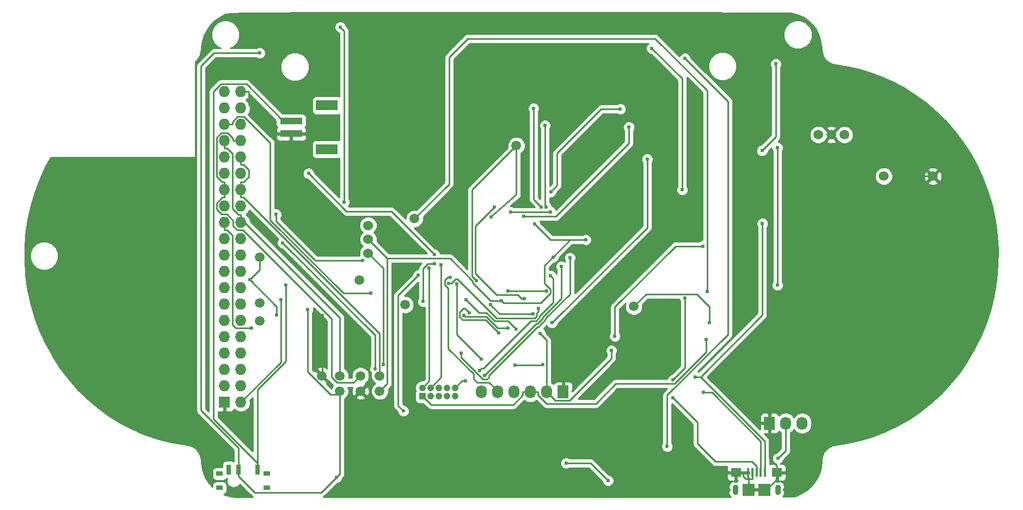
<source format=gbl>
G04 #@! TF.GenerationSoftware,KiCad,Pcbnew,(2016-12-18 revision 3ffa37c)-master*
G04 #@! TF.CreationDate,2017-04-20T19:48:47-07:00*
G04 #@! TF.ProjectId,badge-kicad,62616467652D6B696361642E6B696361,rev?*
G04 #@! TF.FileFunction,Copper,L2,Bot,Mixed*
G04 #@! TF.FilePolarity,Positive*
%FSLAX46Y46*%
G04 Gerber Fmt 4.6, Leading zero omitted, Abs format (unit mm)*
G04 Created by KiCad (PCBNEW (2016-12-18 revision 3ffa37c)-master) date Thursday, April 20, 2017 'PMt' 07:48:47 PM*
%MOMM*%
%LPD*%
G01*
G04 APERTURE LIST*
%ADD10C,0.150000*%
%ADD11O,1.727200X2.032000*%
%ADD12R,1.727200X2.032000*%
%ADD13C,1.500000*%
%ADD14R,0.398780X1.348740*%
%ADD15O,0.899160X1.597660*%
%ADD16R,1.597660X1.399540*%
%ADD17R,1.899920X1.899920*%
%ADD18O,0.500000X1.200000*%
%ADD19C,1.524000*%
%ADD20R,3.400000X1.600000*%
%ADD21R,3.500000X1.000000*%
%ADD22C,1.050000*%
%ADD23R,1.050000X1.050000*%
%ADD24O,1.727200X1.727200*%
%ADD25R,1.727200X1.727200*%
%ADD26R,1.000000X0.800000*%
%ADD27R,0.700000X1.500000*%
%ADD28C,0.600000*%
%ADD29C,0.250000*%
%ADD30C,0.254000*%
G04 APERTURE END LIST*
D10*
D11*
X144330000Y-110262000D03*
X146870000Y-110262000D03*
X149410000Y-110262000D03*
X151950000Y-110262000D03*
X154490000Y-110262000D03*
D12*
X157030000Y-110262000D03*
D13*
X109868000Y-99276000D03*
X168034000Y-96990000D03*
X133930000Y-83362000D03*
X132474000Y-96736000D03*
X109868000Y-89370000D03*
X125362000Y-92926000D03*
X109868000Y-96482000D03*
D14*
X188427940Y-122792000D03*
X187777700Y-122792000D03*
X187130000Y-122792000D03*
X186482300Y-122792000D03*
X185832060Y-122792000D03*
D15*
X190429460Y-125461540D03*
X183830540Y-125461540D03*
D16*
X190327860Y-122792000D03*
X183932140Y-122792000D03*
D17*
X188328880Y-125466620D03*
X185931120Y-125466620D03*
D18*
X190430000Y-125462000D03*
X183830000Y-125462000D03*
D13*
X128530000Y-110162000D03*
X128530000Y-107762000D03*
X125530000Y-110162000D03*
X196736000Y-70320000D03*
X200800000Y-70320000D03*
X198768000Y-70320000D03*
X125530000Y-107762000D03*
X122330000Y-110162000D03*
X149780000Y-72012000D03*
X122330000Y-107762000D03*
X119530000Y-107762000D03*
D19*
X206930000Y-76762000D03*
X214530000Y-76762000D03*
D20*
X120305000Y-72562000D03*
X120305000Y-65762000D03*
D21*
X114755000Y-70162000D03*
X114755000Y-68162000D03*
D22*
X135180000Y-109642000D03*
X140260000Y-109642000D03*
X138990000Y-109642000D03*
X137720000Y-109642000D03*
X136450000Y-109642000D03*
X140260000Y-110912000D03*
X138990000Y-110912000D03*
X137720000Y-110912000D03*
X136450000Y-110912000D03*
D23*
X135180000Y-110912000D03*
D24*
X106940000Y-63640000D03*
X104400000Y-63640000D03*
X106940000Y-66180000D03*
X104400000Y-66180000D03*
X106940000Y-68720000D03*
X104400000Y-68720000D03*
X106940000Y-71260000D03*
X104400000Y-71260000D03*
X106940000Y-73800000D03*
X104400000Y-73800000D03*
X106940000Y-76340000D03*
X104400000Y-76340000D03*
X106940000Y-78880000D03*
X104400000Y-78880000D03*
X106940000Y-81420000D03*
X104400000Y-81420000D03*
X106940000Y-83960000D03*
X104400000Y-83960000D03*
X106940000Y-86500000D03*
X104400000Y-86500000D03*
X106940000Y-89040000D03*
X104400000Y-89040000D03*
X106940000Y-91580000D03*
X104400000Y-91580000D03*
X106940000Y-94120000D03*
X104400000Y-94120000D03*
X106940000Y-96660000D03*
X104400000Y-96660000D03*
X106940000Y-99200000D03*
X104400000Y-99200000D03*
X106940000Y-101740000D03*
X104400000Y-101740000D03*
X106940000Y-104280000D03*
X104400000Y-104280000D03*
X106940000Y-106820000D03*
X104400000Y-106820000D03*
X106940000Y-109360000D03*
X104400000Y-109360000D03*
X106940000Y-111900000D03*
D25*
X104400000Y-111900000D03*
D26*
X110930000Y-122987000D03*
X103630000Y-122987000D03*
X103630000Y-125187000D03*
X110930000Y-125187000D03*
D27*
X105030000Y-122337000D03*
X106530000Y-122337000D03*
X109530000Y-122337000D03*
D11*
X194210000Y-115162000D03*
X191670000Y-115162000D03*
D12*
X189130000Y-115162000D03*
D19*
X126730000Y-88712000D03*
X126730000Y-86562000D03*
X126730000Y-84412000D03*
D28*
X141960000Y-75432000D03*
X140600000Y-79132000D03*
X206030000Y-86762000D03*
X189130000Y-108203100D03*
X119583400Y-98377600D03*
X115754600Y-77605500D03*
X109868000Y-57620000D03*
X121837500Y-123512000D03*
X117338200Y-97434300D03*
X170847100Y-56879900D03*
X175568800Y-78874000D03*
X139253578Y-93380200D03*
X153252060Y-97271130D03*
X177576700Y-107929400D03*
X188044900Y-84116000D03*
X153627486Y-81548412D03*
X152446600Y-66213000D03*
X150913090Y-83032999D03*
X167280000Y-69147300D03*
X155130000Y-79162000D03*
X165943800Y-66311100D03*
X147433153Y-96096082D03*
X152654768Y-84198410D03*
X155459700Y-89328100D03*
X113170000Y-95974000D03*
X160580000Y-86637000D03*
X190386000Y-93688000D03*
X190386000Y-72352000D03*
X179318000Y-102159200D03*
X136233700Y-91041200D03*
X156774582Y-90767108D03*
X141900000Y-108592000D03*
X144840000Y-107712000D03*
X138086793Y-90557060D03*
X154427046Y-81575292D03*
X154230000Y-68862000D03*
X129090200Y-106043100D03*
X170107694Y-74118204D03*
X149750000Y-100526990D03*
X155314040Y-99531998D03*
X141980000Y-95942000D03*
X127118900Y-94937800D03*
X158102998Y-89438692D03*
X141168000Y-104213800D03*
X144056906Y-106920022D03*
X155107700Y-92244800D03*
X137023808Y-88922490D03*
X117466200Y-76340000D03*
X125890700Y-89838300D03*
X112404900Y-82690000D03*
X108598000Y-100389000D03*
X139456700Y-92462744D03*
X140503590Y-93505899D03*
X153864990Y-106032000D03*
X149610000Y-106072000D03*
X144320000Y-105212000D03*
X142447901Y-97957004D03*
X147020000Y-101152000D03*
X153500000Y-101212000D03*
X164557900Y-103837000D03*
X178882700Y-110337000D03*
X174130000Y-111214000D03*
X148480000Y-94566990D03*
X154450000Y-94612000D03*
X122381500Y-53589500D03*
X122984400Y-80762300D03*
X176000000Y-95702000D03*
X174112200Y-108387000D03*
X155040000Y-82286990D03*
X148890000Y-82342000D03*
X179430000Y-94662000D03*
X178804990Y-87608399D03*
X165093300Y-101611400D03*
X127824700Y-106677400D03*
X113459200Y-87125900D03*
X175995000Y-58469600D03*
X173230500Y-118738800D03*
X157505200Y-121338400D03*
X164030000Y-124051500D03*
X143581629Y-92987527D03*
X145855000Y-83037000D03*
X190451400Y-120602700D03*
X134506000Y-92164000D03*
X132220000Y-113246000D03*
X108344000Y-92850000D03*
X112501000Y-98355300D03*
X151002714Y-95802343D03*
X146340000Y-81542000D03*
X141607476Y-98385577D03*
X148450000Y-100356990D03*
X137044403Y-90358004D03*
X135268000Y-96228000D03*
X187985000Y-72780200D03*
X190119600Y-59314500D03*
X145723242Y-96721092D03*
X152345599Y-98177591D03*
X179790000Y-99522000D03*
X113932000Y-93688000D03*
D29*
X140600000Y-79132000D02*
X140600000Y-76792000D01*
X140600000Y-76792000D02*
X141960000Y-75432000D01*
X188333960Y-125461540D02*
X188328880Y-125466620D01*
X185926040Y-125461540D02*
X185931120Y-125466620D01*
X206030000Y-83262000D02*
X206030000Y-86762000D01*
X212530000Y-76762000D02*
X206030000Y-83262000D01*
X214530000Y-76762000D02*
X212530000Y-76762000D01*
X188328900Y-125500700D02*
X188328900Y-125466600D01*
X188745200Y-125917000D02*
X188328900Y-125500700D01*
X189130000Y-120569000D02*
X190327900Y-121766900D01*
X189130000Y-115162000D02*
X189130000Y-120569000D01*
X108128900Y-65611200D02*
X112679700Y-70162000D01*
X108128900Y-63640000D02*
X108128900Y-65611200D01*
X106940000Y-63640000D02*
X108128900Y-63640000D01*
X114755000Y-70162000D02*
X112679700Y-70162000D01*
X185931100Y-123890700D02*
X185832100Y-123791700D01*
X185931100Y-125466600D02*
X185931100Y-123890700D01*
X188081000Y-125917000D02*
X188745200Y-125917000D01*
X187656800Y-125917000D02*
X187206400Y-125466600D01*
X188081000Y-125917000D02*
X187656800Y-125917000D01*
X185931100Y-125466600D02*
X187206400Y-125466600D01*
X185444100Y-123791700D02*
X185832100Y-123791700D01*
X185056200Y-123403800D02*
X185444100Y-123791700D01*
X185056200Y-122792000D02*
X185056200Y-123403800D01*
X183932100Y-122792000D02*
X185056200Y-122792000D01*
X190327900Y-122279400D02*
X190327900Y-121766900D01*
X190327900Y-122279400D02*
X190327900Y-122792000D01*
X188745200Y-125399800D02*
X188745200Y-125917000D01*
X190327900Y-123817100D02*
X188745200Y-125399800D01*
X190327900Y-122792000D02*
X190327900Y-123817100D01*
X185832100Y-122792000D02*
X185832100Y-123291800D01*
X186482300Y-122792000D02*
X186482300Y-123791700D01*
X185832100Y-123541800D02*
X185832100Y-123791700D01*
X185832100Y-123291800D02*
X185832100Y-123541800D01*
X186082000Y-123791700D02*
X186482300Y-123791700D01*
X185832100Y-123541800D02*
X186082000Y-123791700D01*
X189130000Y-103662000D02*
X189130000Y-108203100D01*
X206030000Y-86762000D02*
X189130000Y-103662000D01*
X189130000Y-108203100D02*
X189130000Y-115162000D01*
X114755000Y-76605900D02*
X115754600Y-77605500D01*
X114755000Y-70162000D02*
X114755000Y-76605900D01*
X119583400Y-107708600D02*
X119583400Y-98377600D01*
X119530000Y-107762000D02*
X119583400Y-107708600D01*
X100724000Y-59652000D02*
X102756000Y-57620000D01*
X102756000Y-57620000D02*
X109868000Y-57620000D01*
X100724000Y-113167410D02*
X100724000Y-59652000D01*
X106530000Y-122337000D02*
X106530000Y-118973410D01*
X106530000Y-118973410D02*
X100724000Y-113167410D01*
X122330000Y-110162000D02*
X122330000Y-123019500D01*
X122330000Y-123019500D02*
X121837500Y-123512000D01*
X121837500Y-123512000D02*
X119437499Y-125912001D01*
X119437499Y-125912001D02*
X109105001Y-125912001D01*
X109105001Y-125912001D02*
X106530000Y-123337000D01*
X106530000Y-123337000D02*
X106530000Y-122337000D01*
X122330000Y-110162000D02*
X121837500Y-110654500D01*
X175568800Y-61601600D02*
X170847100Y-56879900D01*
X175568800Y-78874000D02*
X175568800Y-61601600D01*
X117338200Y-107161900D02*
X117338200Y-97434300D01*
X120830800Y-110654500D02*
X117338200Y-107161900D01*
X121837500Y-110654500D02*
X120830800Y-110654500D01*
X140309742Y-92748300D02*
X139677842Y-93380200D01*
X153252060Y-97271130D02*
X153252060Y-97695394D01*
X152645601Y-98802593D02*
X146684183Y-98802593D01*
X152970601Y-97976853D02*
X152970601Y-98477593D01*
X153252060Y-97695394D02*
X152970601Y-97976853D01*
X140629890Y-92748300D02*
X140309742Y-92748300D01*
X139677842Y-93380200D02*
X139253578Y-93380200D01*
X146684183Y-98802593D02*
X140629890Y-92748300D01*
X152970601Y-98477593D02*
X152645601Y-98802593D01*
X188044900Y-98305700D02*
X188044900Y-84116000D01*
X178421200Y-107929400D02*
X188044900Y-98305700D01*
X188427900Y-117936100D02*
X178421200Y-107929400D01*
X188427900Y-122792000D02*
X188427900Y-117936100D01*
X178421200Y-107929400D02*
X177576700Y-107929400D01*
X152446600Y-80367526D02*
X153627486Y-81548412D01*
X152446600Y-66213000D02*
X152446600Y-80367526D01*
X155884005Y-83032999D02*
X150913090Y-83032999D01*
X167280000Y-71637004D02*
X155884005Y-83032999D01*
X167280000Y-69147300D02*
X167280000Y-71637004D01*
X156130000Y-73162000D02*
X156130000Y-78162000D01*
X156130000Y-78162000D02*
X155130000Y-79162000D01*
X162980900Y-66311100D02*
X156130000Y-73162000D01*
X165943800Y-66311100D02*
X162980900Y-66311100D01*
X147433153Y-96096082D02*
X145765182Y-96096082D01*
X139455500Y-89547500D02*
X129715500Y-89547500D01*
X145765182Y-96096082D02*
X142956628Y-93287528D01*
X142956628Y-93048628D02*
X139455500Y-89547500D01*
X142956628Y-93287528D02*
X142956628Y-93048628D01*
X160580000Y-86637000D02*
X158150800Y-86637000D01*
X158150800Y-86637000D02*
X155459700Y-89328100D01*
X147764416Y-96427345D02*
X147433153Y-96096082D01*
X155075002Y-94912002D02*
X153559659Y-96427345D01*
X154149998Y-90637802D02*
X154149998Y-93386994D01*
X155459700Y-89328100D02*
X154149998Y-90637802D01*
X154149998Y-93386994D02*
X155075002Y-94311998D01*
X153559659Y-96427345D02*
X147764416Y-96427345D01*
X155075002Y-94311998D02*
X155075002Y-94912002D01*
X157460000Y-86650152D02*
X155106510Y-86650152D01*
X155106510Y-86650152D02*
X152654768Y-84198410D01*
X159030335Y-86641079D02*
X157460000Y-86650152D01*
X106940000Y-111900000D02*
X113170000Y-105670000D01*
X113170000Y-105670000D02*
X113170000Y-95974000D01*
X159030923Y-86643184D02*
X159030335Y-86641079D01*
X160580000Y-86637000D02*
X159030923Y-86643184D01*
X190386000Y-72352000D02*
X190386000Y-93688000D01*
X151950000Y-110262000D02*
X150761100Y-110262000D01*
X150761100Y-110782100D02*
X150761100Y-110262000D01*
X149283800Y-112259400D02*
X150761100Y-110782100D01*
X136527400Y-112259400D02*
X149283800Y-112259400D01*
X135180000Y-110912000D02*
X136527400Y-112259400D01*
X129715500Y-89547500D02*
X126730000Y-86562000D01*
X129715500Y-108976500D02*
X129715500Y-89547500D01*
X128530000Y-110162000D02*
X129715500Y-108976500D01*
X151950000Y-110262000D02*
X153138900Y-110262000D01*
X174371900Y-109022700D02*
X165212600Y-109022700D01*
X179318000Y-104076600D02*
X174371900Y-109022700D01*
X179318000Y-102159200D02*
X179318000Y-104076600D01*
X162144800Y-112090500D02*
X165212600Y-109022700D01*
X154447300Y-112090500D02*
X162144800Y-112090500D01*
X153138900Y-110782100D02*
X154447300Y-112090500D01*
X153138900Y-110262000D02*
X153138900Y-110782100D01*
X136233700Y-108588300D02*
X136233700Y-91041200D01*
X135180000Y-109642000D02*
X136233700Y-108588300D01*
X153870623Y-98681377D02*
X156774582Y-95777418D01*
X152849385Y-99702615D02*
X153018401Y-99702615D01*
X156774582Y-95777418D02*
X156774582Y-90767108D01*
X153018401Y-99702615D02*
X153870623Y-98850393D01*
X144840000Y-107712000D02*
X152849385Y-99702615D01*
X153870623Y-98850393D02*
X153870623Y-98681377D01*
X141900000Y-108592000D02*
X141310000Y-108592000D01*
X141310000Y-108592000D02*
X140260000Y-109642000D01*
X138086793Y-90981324D02*
X138086793Y-90557060D01*
X138086793Y-108005207D02*
X138086793Y-90981324D01*
X136450000Y-109642000D02*
X138086793Y-108005207D01*
X154230000Y-81378246D02*
X154427046Y-81575292D01*
X154230000Y-68862000D02*
X154230000Y-81378246D01*
X129090200Y-91072200D02*
X129090200Y-106043100D01*
X126730000Y-88712000D02*
X129090200Y-91072200D01*
X170107694Y-84738344D02*
X170107694Y-74118204D01*
X155314040Y-99531998D02*
X170107694Y-84738344D01*
X148484988Y-99261978D02*
X149750000Y-100526990D01*
X145082800Y-97941978D02*
X146402800Y-99261978D01*
X141980000Y-95942000D02*
X143979978Y-97941978D01*
X146402800Y-99261978D02*
X148484988Y-99261978D01*
X143979978Y-97941978D02*
X145082800Y-97941978D01*
X104400000Y-68720000D02*
X105588900Y-68720000D01*
X122891500Y-94937800D02*
X127118900Y-94937800D01*
X111504300Y-83550600D02*
X122891500Y-94937800D01*
X111504300Y-71599600D02*
X111504300Y-83550600D01*
X107421000Y-67516300D02*
X111504300Y-71599600D01*
X106421100Y-67516300D02*
X107421000Y-67516300D01*
X105588900Y-68348500D02*
X106421100Y-67516300D01*
X105588900Y-68720000D02*
X105588900Y-68348500D01*
X158102998Y-95085412D02*
X158102998Y-89438692D01*
X145465002Y-107723408D02*
X153035784Y-100152626D01*
X153035784Y-100152626D02*
X153204801Y-100152626D01*
X145465002Y-108012002D02*
X145465002Y-107723408D01*
X153204801Y-100152626D02*
X154320634Y-99036793D01*
X144571602Y-108337002D02*
X145140002Y-108337002D01*
X141168000Y-104933400D02*
X144571602Y-108337002D01*
X154320634Y-98867776D02*
X158102998Y-95085412D01*
X141168000Y-104213800D02*
X141168000Y-104933400D01*
X145140002Y-108337002D02*
X145465002Y-108012002D01*
X154320634Y-99036793D02*
X154320634Y-98867776D01*
X105751100Y-70890500D02*
X105751100Y-71260000D01*
X104904300Y-70043700D02*
X105751100Y-70890500D01*
X103882400Y-70043700D02*
X104904300Y-70043700D01*
X103149800Y-70776300D02*
X103882400Y-70043700D01*
X103149800Y-76812400D02*
X103149800Y-70776300D01*
X104028500Y-77691100D02*
X103149800Y-76812400D01*
X104400000Y-77691100D02*
X104028500Y-77691100D01*
X106940000Y-71260000D02*
X105751100Y-71260000D01*
X104400000Y-78291400D02*
X104400000Y-77691100D01*
X104400000Y-78291400D02*
X104400000Y-78880000D01*
X104400000Y-78880000D02*
X104400000Y-80068900D01*
X124448800Y-108843200D02*
X125530000Y-107762000D01*
X121886200Y-108843200D02*
X124448800Y-108843200D01*
X121054600Y-108011600D02*
X121886200Y-108843200D01*
X121054600Y-98933100D02*
X121054600Y-108011600D01*
X107270500Y-85149000D02*
X121054600Y-98933100D01*
X106391000Y-85149000D02*
X107270500Y-85149000D01*
X105751000Y-84509000D02*
X106391000Y-85149000D01*
X105751000Y-83628600D02*
X105751000Y-84509000D01*
X104812300Y-82689900D02*
X105751000Y-83628600D01*
X103967400Y-82689900D02*
X104812300Y-82689900D01*
X103173000Y-81895500D02*
X103967400Y-82689900D01*
X103173000Y-80924400D02*
X103173000Y-81895500D01*
X104028500Y-80068900D02*
X103173000Y-80924400D01*
X104400000Y-80068900D02*
X104028500Y-80068900D01*
X104771600Y-72448900D02*
X104400000Y-72448900D01*
X105588900Y-73266200D02*
X104771600Y-72448900D01*
X105588900Y-81791600D02*
X105588900Y-73266200D01*
X106568400Y-82771100D02*
X105588900Y-81791600D01*
X106940000Y-82771100D02*
X106568400Y-82771100D01*
X104400000Y-71260000D02*
X104400000Y-72448900D01*
X106940000Y-83960000D02*
X106940000Y-83371400D01*
X106940000Y-83371400D02*
X106940000Y-82771100D01*
X122330000Y-98761400D02*
X122330000Y-107762000D01*
X106940000Y-83371400D02*
X122330000Y-98761400D01*
X144356905Y-106620023D02*
X144056906Y-106920022D01*
X144625567Y-106620023D02*
X144356905Y-106620023D01*
X151992986Y-99252604D02*
X144625567Y-106620023D01*
X153420612Y-98489053D02*
X153420612Y-98663993D01*
X153420612Y-98663993D02*
X152832001Y-99252604D01*
X155525013Y-96384652D02*
X153420612Y-98489053D01*
X155107700Y-92244800D02*
X155525013Y-92662113D01*
X152832001Y-99252604D02*
X151992986Y-99252604D01*
X155525013Y-92662113D02*
X155525013Y-96384652D01*
X107311600Y-74988900D02*
X106940000Y-74988900D01*
X108128900Y-75806200D02*
X107311600Y-74988900D01*
X108128900Y-76873700D02*
X108128900Y-75806200D01*
X107311500Y-77691100D02*
X108128900Y-76873700D01*
X106940000Y-77691100D02*
X107311500Y-77691100D01*
X106940000Y-73800000D02*
X106940000Y-74988900D01*
X106940000Y-78291400D02*
X106940000Y-77691100D01*
X106940000Y-78291400D02*
X106940000Y-78880000D01*
X106940000Y-78880000D02*
X106940000Y-80068900D01*
X128464900Y-107696900D02*
X128530000Y-107762000D01*
X128464900Y-101216000D02*
X128464900Y-107696900D01*
X107317800Y-80068900D02*
X128464900Y-101216000D01*
X106940000Y-80068900D02*
X107317800Y-80068900D01*
X130332718Y-82231400D02*
X136723809Y-88622491D01*
X136723809Y-88622491D02*
X137023808Y-88922490D01*
X123357600Y-82231400D02*
X130332718Y-82231400D01*
X117466200Y-76340000D02*
X123357600Y-82231400D01*
X118488800Y-89838300D02*
X125890700Y-89838300D01*
X112404900Y-83754400D02*
X118488800Y-89838300D01*
X112404900Y-82690000D02*
X112404900Y-83754400D01*
X106146300Y-100389000D02*
X108598000Y-100389000D01*
X105588900Y-99831600D02*
X106146300Y-100389000D01*
X105588900Y-85966200D02*
X105588900Y-99831600D01*
X104771600Y-85148900D02*
X105588900Y-85966200D01*
X104400000Y-85148900D02*
X104771600Y-85148900D01*
X104400000Y-83960000D02*
X104400000Y-85148900D01*
X139032436Y-92462744D02*
X139456700Y-92462744D01*
X146870000Y-110109600D02*
X145547413Y-108787013D01*
X139134500Y-103536800D02*
X139134500Y-94186126D01*
X138628576Y-93680202D02*
X138628576Y-92866604D01*
X143683598Y-108787013D02*
X143094987Y-108198402D01*
X145547413Y-108787013D02*
X143683598Y-108787013D01*
X138628576Y-92866604D02*
X139032436Y-92462744D01*
X146870000Y-110262000D02*
X146870000Y-110109600D01*
X143094987Y-107497289D02*
X139134500Y-103536800D01*
X143094987Y-108198402D02*
X143094987Y-107497289D01*
X139134500Y-94186126D02*
X138628576Y-93680202D01*
X144320000Y-105212000D02*
X140503590Y-101395590D01*
X140503590Y-101395590D02*
X140503590Y-93930163D01*
X140503590Y-93930163D02*
X140503590Y-93505899D01*
X153824990Y-106072000D02*
X153864990Y-106032000D01*
X149610000Y-106072000D02*
X153824990Y-106072000D01*
X141550000Y-97322000D02*
X141812897Y-97322000D01*
X141812897Y-97322000D02*
X142447901Y-97957004D01*
X140970000Y-97902000D02*
X141550000Y-97322000D01*
X140970000Y-98632000D02*
X140970000Y-97902000D01*
X141430000Y-99092000D02*
X140970000Y-98632000D01*
X144960000Y-99092000D02*
X141430000Y-99092000D01*
X147020000Y-101152000D02*
X144960000Y-99092000D01*
X154490000Y-110262000D02*
X154490000Y-102202000D01*
X154490000Y-102202000D02*
X153500000Y-101212000D01*
X164557900Y-105099900D02*
X164557900Y-103837000D01*
X158054400Y-111603400D02*
X164557900Y-105099900D01*
X155831400Y-111603400D02*
X158054400Y-111603400D01*
X154490000Y-110262000D02*
X155831400Y-111603400D01*
X180191900Y-110337000D02*
X178882700Y-110337000D01*
X187777700Y-117922800D02*
X180191900Y-110337000D01*
X187777700Y-122792000D02*
X187777700Y-117922800D01*
X180734000Y-121120000D02*
X186382370Y-121120000D01*
X186382370Y-121120000D02*
X187130000Y-121867630D01*
X187130000Y-121867630D02*
X187130000Y-122792000D01*
X177940000Y-118326000D02*
X180734000Y-121120000D01*
X177940000Y-115024000D02*
X177940000Y-118326000D01*
X174130000Y-111214000D02*
X177940000Y-115024000D01*
X148525010Y-94612000D02*
X148480000Y-94566990D01*
X154450000Y-94612000D02*
X148525010Y-94612000D01*
X122984400Y-54192400D02*
X122381500Y-53589500D01*
X122984400Y-80762300D02*
X122984400Y-54192400D01*
X175980000Y-106519200D02*
X175980000Y-95722000D01*
X175980000Y-95722000D02*
X176000000Y-95702000D01*
X175980000Y-106519200D02*
X174112200Y-108387000D01*
X154984990Y-82342000D02*
X155040000Y-82286990D01*
X148890000Y-82342000D02*
X154984990Y-82342000D01*
X179430000Y-94662000D02*
X179430000Y-63462000D01*
X179430000Y-63462000D02*
X171330000Y-55362000D01*
X139330000Y-77962000D02*
X133930000Y-83362000D01*
X171330000Y-55362000D02*
X142230000Y-55362000D01*
X142230000Y-55362000D02*
X139330000Y-58262000D01*
X139330000Y-58262000D02*
X139330000Y-77962000D01*
X165093300Y-101611400D02*
X165093300Y-97081600D01*
X174566501Y-87608399D02*
X178804990Y-87608399D01*
X165093300Y-97081600D02*
X174566501Y-87608399D01*
X127824700Y-101491400D02*
X127824700Y-106677400D01*
X113459200Y-87125900D02*
X127824700Y-101491400D01*
X182691300Y-65165900D02*
X175995000Y-58469600D01*
X182691300Y-101340200D02*
X182691300Y-65165900D01*
X173230500Y-110801000D02*
X182691300Y-101340200D01*
X173230500Y-118738800D02*
X173230500Y-110801000D01*
X161316900Y-121338400D02*
X157505200Y-121338400D01*
X164030000Y-124051500D02*
X161316900Y-121338400D01*
X142910528Y-92316426D02*
X143281630Y-92687528D01*
X142910528Y-78881472D02*
X142910528Y-92316426D01*
X149780000Y-72012000D02*
X142910528Y-78881472D01*
X143281630Y-92687528D02*
X143581629Y-92987527D01*
X145810800Y-82992800D02*
X145855000Y-83037000D01*
X149780000Y-79616500D02*
X145810800Y-82992800D01*
X149780000Y-72012000D02*
X149780000Y-79616500D01*
X191670000Y-119384100D02*
X191670000Y-115162000D01*
X190451400Y-120602700D02*
X191670000Y-119384100D01*
X132220000Y-113246000D02*
X131398999Y-112424999D01*
X131398999Y-112424999D02*
X131398999Y-95271001D01*
X131398999Y-95271001D02*
X134506000Y-92164000D01*
X109868000Y-91326000D02*
X109868000Y-89370000D01*
X108344000Y-92850000D02*
X109868000Y-91326000D01*
X112501000Y-98355300D02*
X112501000Y-97007000D01*
X112501000Y-97007000D02*
X108344000Y-92850000D01*
X151002714Y-95802343D02*
X150578450Y-95802343D01*
X150578450Y-95802343D02*
X149998107Y-95222000D01*
X149998107Y-95222000D02*
X146700000Y-95222000D01*
X143380011Y-91902011D02*
X143380011Y-84501989D01*
X146700000Y-95222000D02*
X143380011Y-91902011D01*
X143380011Y-84501989D02*
X146340000Y-81542000D01*
X145096400Y-98591989D02*
X141813888Y-98591989D01*
X146861401Y-100356990D02*
X145096400Y-98591989D01*
X148450000Y-100356990D02*
X146861401Y-100356990D01*
X141813888Y-98591989D02*
X141607476Y-98385577D01*
X135991894Y-90358004D02*
X137044403Y-90358004D01*
X135268000Y-91081898D02*
X135991894Y-90358004D01*
X135268000Y-96228000D02*
X135268000Y-91081898D01*
X190119600Y-70645600D02*
X187985000Y-72780200D01*
X190119600Y-59314500D02*
X190119600Y-70645600D01*
X146023241Y-97021091D02*
X145723242Y-96721092D01*
X147179741Y-98177591D02*
X146023241Y-97021091D01*
X152345599Y-98177591D02*
X147179741Y-98177591D01*
X169947002Y-95076998D02*
X168034000Y-96990000D01*
X177824998Y-95076998D02*
X169947002Y-95076998D01*
X179790000Y-97042000D02*
X177824998Y-95076998D01*
X179790000Y-99522000D02*
X179790000Y-97042000D01*
X109530000Y-122337000D02*
X109530000Y-109946410D01*
X109530000Y-109946410D02*
X113932000Y-105544410D01*
X113932000Y-105544410D02*
X113932000Y-93688000D01*
X114755000Y-68162000D02*
X113505000Y-68162000D01*
X107794399Y-62451399D02*
X103829471Y-62451399D01*
X113505000Y-68162000D02*
X107794399Y-62451399D01*
X102699790Y-63581080D02*
X102699790Y-114506790D01*
X103829471Y-62451399D02*
X102699790Y-63581080D01*
X102699790Y-114506790D02*
X109530000Y-121337000D01*
X109530000Y-121337000D02*
X109530000Y-122337000D01*
D30*
G36*
X112718384Y-86544286D02*
X112667008Y-86595573D01*
X112524362Y-86939101D01*
X112524038Y-87311067D01*
X112666083Y-87654843D01*
X112928873Y-87918092D01*
X113272401Y-88060738D01*
X113319277Y-88060779D01*
X127064700Y-101806202D01*
X127064700Y-106114937D01*
X127032508Y-106147073D01*
X126889862Y-106490601D01*
X126889538Y-106862567D01*
X127031583Y-107206343D01*
X127193657Y-107368700D01*
X127145241Y-107485298D01*
X127144760Y-108036285D01*
X127355169Y-108545515D01*
X127744436Y-108935461D01*
X127807875Y-108961803D01*
X127746485Y-108987169D01*
X127356539Y-109376436D01*
X127145241Y-109885298D01*
X127144760Y-110436285D01*
X127355169Y-110945515D01*
X127744436Y-111335461D01*
X128253298Y-111546759D01*
X128804285Y-111547240D01*
X129313515Y-111336831D01*
X129703461Y-110947564D01*
X129914759Y-110438702D01*
X129915240Y-109887715D01*
X129904670Y-109862132D01*
X130252901Y-109513901D01*
X130417648Y-109267340D01*
X130475500Y-108976500D01*
X130475500Y-90307500D01*
X134967596Y-90307500D01*
X134730599Y-90544497D01*
X134565852Y-90791059D01*
X134508000Y-91081898D01*
X134508000Y-91229001D01*
X134320833Y-91228838D01*
X133977057Y-91370883D01*
X133713808Y-91633673D01*
X133571162Y-91977201D01*
X133571121Y-92024077D01*
X130861598Y-94733600D01*
X130696851Y-94980162D01*
X130638999Y-95271001D01*
X130638999Y-112424999D01*
X130696851Y-112715838D01*
X130861598Y-112962400D01*
X131284878Y-113385680D01*
X131284838Y-113431167D01*
X131426883Y-113774943D01*
X131689673Y-114038192D01*
X132033201Y-114180838D01*
X132405167Y-114181162D01*
X132748943Y-114039117D01*
X133012192Y-113776327D01*
X133154838Y-113432799D01*
X133155162Y-113060833D01*
X133013117Y-112717057D01*
X132750327Y-112453808D01*
X132406799Y-112311162D01*
X132359923Y-112311121D01*
X132158999Y-112110197D01*
X132158999Y-98104856D01*
X132197298Y-98120759D01*
X132748285Y-98121240D01*
X133257515Y-97910831D01*
X133647461Y-97521564D01*
X133858759Y-97012702D01*
X133859240Y-96461715D01*
X133648831Y-95952485D01*
X133259564Y-95562539D01*
X132750702Y-95351241D01*
X132393873Y-95350929D01*
X134508000Y-93236802D01*
X134508000Y-95665537D01*
X134475808Y-95697673D01*
X134333162Y-96041201D01*
X134332838Y-96413167D01*
X134474883Y-96756943D01*
X134737673Y-97020192D01*
X135081201Y-97162838D01*
X135453167Y-97163162D01*
X135473700Y-97154678D01*
X135473700Y-108273498D01*
X135265124Y-108482074D01*
X134950274Y-108481799D01*
X134523771Y-108658026D01*
X134197173Y-108984055D01*
X134020202Y-109410249D01*
X134019799Y-109871726D01*
X134102252Y-110071277D01*
X134056843Y-110139235D01*
X134007560Y-110387000D01*
X134007560Y-111437000D01*
X134056843Y-111684765D01*
X134197191Y-111894809D01*
X134407235Y-112035157D01*
X134655000Y-112084440D01*
X135277638Y-112084440D01*
X135989999Y-112796801D01*
X136236560Y-112961548D01*
X136527400Y-113019400D01*
X149283800Y-113019400D01*
X149574639Y-112961548D01*
X149821201Y-112796801D01*
X151022964Y-111595038D01*
X151376511Y-111831271D01*
X151950000Y-111945345D01*
X152523489Y-111831271D01*
X152877036Y-111595038D01*
X153909899Y-112627901D01*
X154156461Y-112792648D01*
X154447300Y-112850500D01*
X162144800Y-112850500D01*
X162435639Y-112792648D01*
X162682201Y-112627901D01*
X165527402Y-109782700D01*
X173173998Y-109782700D01*
X172693099Y-110263599D01*
X172528352Y-110510161D01*
X172470500Y-110801000D01*
X172470500Y-118176337D01*
X172438308Y-118208473D01*
X172295662Y-118552001D01*
X172295338Y-118923967D01*
X172437383Y-119267743D01*
X172700173Y-119530992D01*
X173043701Y-119673638D01*
X173415667Y-119673962D01*
X173759443Y-119531917D01*
X174022692Y-119269127D01*
X174165338Y-118925599D01*
X174165662Y-118553633D01*
X174023617Y-118209857D01*
X173990500Y-118176682D01*
X173990500Y-112149302D01*
X177180000Y-115338802D01*
X177180000Y-118326000D01*
X177237852Y-118616839D01*
X177402599Y-118863401D01*
X180196599Y-121657401D01*
X180443161Y-121822148D01*
X180734000Y-121880000D01*
X182533900Y-121880000D01*
X182498310Y-121965921D01*
X182498310Y-122506250D01*
X182657060Y-122665000D01*
X183805140Y-122665000D01*
X183805140Y-122645000D01*
X184059140Y-122645000D01*
X184059140Y-122665000D01*
X185732365Y-122665000D01*
X185732365Y-122645000D01*
X185786660Y-122645000D01*
X185806660Y-122665000D01*
X185979060Y-122665000D01*
X185979060Y-122919000D01*
X185806660Y-122919000D01*
X185732365Y-122993295D01*
X185732365Y-122919000D01*
X184059140Y-122919000D01*
X184059140Y-123968020D01*
X184192824Y-124101704D01*
X184124475Y-124068299D01*
X183957540Y-124195212D01*
X183957540Y-124228174D01*
X183830000Y-124202805D01*
X183703540Y-124227960D01*
X183703540Y-124195212D01*
X183613515Y-124126770D01*
X183646390Y-124126770D01*
X183805140Y-123968020D01*
X183805140Y-122919000D01*
X182657060Y-122919000D01*
X182498310Y-123077750D01*
X182498310Y-123618079D01*
X182594983Y-123851468D01*
X182773611Y-124030097D01*
X183007000Y-124126770D01*
X183416970Y-124126770D01*
X183153429Y-124255574D01*
X182877120Y-124579907D01*
X182745960Y-124985290D01*
X182745960Y-125334540D01*
X182945000Y-125334540D01*
X182945000Y-125588540D01*
X182745960Y-125588540D01*
X182745960Y-125937790D01*
X182877120Y-126343173D01*
X183086914Y-126589431D01*
X182021667Y-126591520D01*
X182021665Y-126591520D01*
X180647512Y-126593790D01*
X180647511Y-126593790D01*
X179163249Y-126595858D01*
X179163245Y-126595857D01*
X177564056Y-126597741D01*
X177564055Y-126597741D01*
X175846046Y-126599456D01*
X174004708Y-126601019D01*
X172035685Y-126602446D01*
X169934620Y-126603754D01*
X167697157Y-126604959D01*
X165318935Y-126606078D01*
X162795599Y-126607126D01*
X160122788Y-126608122D01*
X157296146Y-126609080D01*
X154311313Y-126610018D01*
X151163930Y-126610951D01*
X149338463Y-126611476D01*
X146145700Y-126612231D01*
X143048422Y-126612654D01*
X140049805Y-126612750D01*
X137152914Y-126612523D01*
X134360909Y-126611979D01*
X131676964Y-126611123D01*
X129104230Y-126609958D01*
X126645861Y-126608489D01*
X124305007Y-126606723D01*
X122084823Y-126604662D01*
X122084822Y-126604662D01*
X119988309Y-126602313D01*
X119988305Y-126602314D01*
X119746535Y-126601990D01*
X119974900Y-126449402D01*
X121977180Y-124447122D01*
X122022667Y-124447162D01*
X122366443Y-124305117D01*
X122629692Y-124042327D01*
X122772338Y-123698799D01*
X122772379Y-123651923D01*
X122867401Y-123556901D01*
X123032148Y-123310340D01*
X123090000Y-123019500D01*
X123090000Y-121523567D01*
X156570038Y-121523567D01*
X156712083Y-121867343D01*
X156974873Y-122130592D01*
X157318401Y-122273238D01*
X157690367Y-122273562D01*
X158034143Y-122131517D01*
X158067318Y-122098400D01*
X161002098Y-122098400D01*
X163094878Y-124191180D01*
X163094838Y-124236667D01*
X163236883Y-124580443D01*
X163499673Y-124843692D01*
X163843201Y-124986338D01*
X164215167Y-124986662D01*
X164558943Y-124844617D01*
X164822192Y-124581827D01*
X164964838Y-124238299D01*
X164965162Y-123866333D01*
X164823117Y-123522557D01*
X164560327Y-123259308D01*
X164216799Y-123116662D01*
X164169923Y-123116621D01*
X161854301Y-120800999D01*
X161607739Y-120636252D01*
X161316900Y-120578400D01*
X158067663Y-120578400D01*
X158035527Y-120546208D01*
X157691999Y-120403562D01*
X157320033Y-120403238D01*
X156976257Y-120545283D01*
X156713008Y-120808073D01*
X156570362Y-121151601D01*
X156570038Y-121523567D01*
X123090000Y-121523567D01*
X123090000Y-111346547D01*
X123113515Y-111336831D01*
X123317183Y-111133517D01*
X124738088Y-111133517D01*
X124806077Y-111374460D01*
X125325171Y-111559201D01*
X125875448Y-111531230D01*
X126253923Y-111374460D01*
X126321912Y-111133517D01*
X125530000Y-110341605D01*
X124738088Y-111133517D01*
X123317183Y-111133517D01*
X123503461Y-110947564D01*
X123714759Y-110438702D01*
X123715240Y-109887715D01*
X123597681Y-109603200D01*
X124258774Y-109603200D01*
X124132799Y-109957171D01*
X124160770Y-110507448D01*
X124317540Y-110885923D01*
X124558483Y-110953912D01*
X125350395Y-110162000D01*
X125709605Y-110162000D01*
X126501517Y-110953912D01*
X126742460Y-110885923D01*
X126927201Y-110366829D01*
X126899230Y-109816552D01*
X126742460Y-109438077D01*
X126501517Y-109370088D01*
X125709605Y-110162000D01*
X125350395Y-110162000D01*
X125336253Y-110147858D01*
X125515858Y-109968253D01*
X125530000Y-109982395D01*
X126321912Y-109190483D01*
X126256934Y-108960210D01*
X126313515Y-108936831D01*
X126703461Y-108547564D01*
X126914759Y-108038702D01*
X126915240Y-107487715D01*
X126704831Y-106978485D01*
X126315564Y-106588539D01*
X125806702Y-106377241D01*
X125255715Y-106376760D01*
X124746485Y-106587169D01*
X124356539Y-106976436D01*
X124145241Y-107485298D01*
X124144760Y-108036285D01*
X124155330Y-108061868D01*
X124133998Y-108083200D01*
X123696282Y-108083200D01*
X123714759Y-108038702D01*
X123715240Y-107487715D01*
X123504831Y-106978485D01*
X123115564Y-106588539D01*
X123090000Y-106577924D01*
X123090000Y-98761400D01*
X123032148Y-98470561D01*
X122867401Y-98223999D01*
X108404969Y-83761567D01*
X108324526Y-83357152D01*
X107999670Y-82870971D01*
X107728828Y-82690000D01*
X107999670Y-82509029D01*
X108273425Y-82099327D01*
X112718384Y-86544286D01*
X112718384Y-86544286D01*
G37*
X112718384Y-86544286D02*
X112667008Y-86595573D01*
X112524362Y-86939101D01*
X112524038Y-87311067D01*
X112666083Y-87654843D01*
X112928873Y-87918092D01*
X113272401Y-88060738D01*
X113319277Y-88060779D01*
X127064700Y-101806202D01*
X127064700Y-106114937D01*
X127032508Y-106147073D01*
X126889862Y-106490601D01*
X126889538Y-106862567D01*
X127031583Y-107206343D01*
X127193657Y-107368700D01*
X127145241Y-107485298D01*
X127144760Y-108036285D01*
X127355169Y-108545515D01*
X127744436Y-108935461D01*
X127807875Y-108961803D01*
X127746485Y-108987169D01*
X127356539Y-109376436D01*
X127145241Y-109885298D01*
X127144760Y-110436285D01*
X127355169Y-110945515D01*
X127744436Y-111335461D01*
X128253298Y-111546759D01*
X128804285Y-111547240D01*
X129313515Y-111336831D01*
X129703461Y-110947564D01*
X129914759Y-110438702D01*
X129915240Y-109887715D01*
X129904670Y-109862132D01*
X130252901Y-109513901D01*
X130417648Y-109267340D01*
X130475500Y-108976500D01*
X130475500Y-90307500D01*
X134967596Y-90307500D01*
X134730599Y-90544497D01*
X134565852Y-90791059D01*
X134508000Y-91081898D01*
X134508000Y-91229001D01*
X134320833Y-91228838D01*
X133977057Y-91370883D01*
X133713808Y-91633673D01*
X133571162Y-91977201D01*
X133571121Y-92024077D01*
X130861598Y-94733600D01*
X130696851Y-94980162D01*
X130638999Y-95271001D01*
X130638999Y-112424999D01*
X130696851Y-112715838D01*
X130861598Y-112962400D01*
X131284878Y-113385680D01*
X131284838Y-113431167D01*
X131426883Y-113774943D01*
X131689673Y-114038192D01*
X132033201Y-114180838D01*
X132405167Y-114181162D01*
X132748943Y-114039117D01*
X133012192Y-113776327D01*
X133154838Y-113432799D01*
X133155162Y-113060833D01*
X133013117Y-112717057D01*
X132750327Y-112453808D01*
X132406799Y-112311162D01*
X132359923Y-112311121D01*
X132158999Y-112110197D01*
X132158999Y-98104856D01*
X132197298Y-98120759D01*
X132748285Y-98121240D01*
X133257515Y-97910831D01*
X133647461Y-97521564D01*
X133858759Y-97012702D01*
X133859240Y-96461715D01*
X133648831Y-95952485D01*
X133259564Y-95562539D01*
X132750702Y-95351241D01*
X132393873Y-95350929D01*
X134508000Y-93236802D01*
X134508000Y-95665537D01*
X134475808Y-95697673D01*
X134333162Y-96041201D01*
X134332838Y-96413167D01*
X134474883Y-96756943D01*
X134737673Y-97020192D01*
X135081201Y-97162838D01*
X135453167Y-97163162D01*
X135473700Y-97154678D01*
X135473700Y-108273498D01*
X135265124Y-108482074D01*
X134950274Y-108481799D01*
X134523771Y-108658026D01*
X134197173Y-108984055D01*
X134020202Y-109410249D01*
X134019799Y-109871726D01*
X134102252Y-110071277D01*
X134056843Y-110139235D01*
X134007560Y-110387000D01*
X134007560Y-111437000D01*
X134056843Y-111684765D01*
X134197191Y-111894809D01*
X134407235Y-112035157D01*
X134655000Y-112084440D01*
X135277638Y-112084440D01*
X135989999Y-112796801D01*
X136236560Y-112961548D01*
X136527400Y-113019400D01*
X149283800Y-113019400D01*
X149574639Y-112961548D01*
X149821201Y-112796801D01*
X151022964Y-111595038D01*
X151376511Y-111831271D01*
X151950000Y-111945345D01*
X152523489Y-111831271D01*
X152877036Y-111595038D01*
X153909899Y-112627901D01*
X154156461Y-112792648D01*
X154447300Y-112850500D01*
X162144800Y-112850500D01*
X162435639Y-112792648D01*
X162682201Y-112627901D01*
X165527402Y-109782700D01*
X173173998Y-109782700D01*
X172693099Y-110263599D01*
X172528352Y-110510161D01*
X172470500Y-110801000D01*
X172470500Y-118176337D01*
X172438308Y-118208473D01*
X172295662Y-118552001D01*
X172295338Y-118923967D01*
X172437383Y-119267743D01*
X172700173Y-119530992D01*
X173043701Y-119673638D01*
X173415667Y-119673962D01*
X173759443Y-119531917D01*
X174022692Y-119269127D01*
X174165338Y-118925599D01*
X174165662Y-118553633D01*
X174023617Y-118209857D01*
X173990500Y-118176682D01*
X173990500Y-112149302D01*
X177180000Y-115338802D01*
X177180000Y-118326000D01*
X177237852Y-118616839D01*
X177402599Y-118863401D01*
X180196599Y-121657401D01*
X180443161Y-121822148D01*
X180734000Y-121880000D01*
X182533900Y-121880000D01*
X182498310Y-121965921D01*
X182498310Y-122506250D01*
X182657060Y-122665000D01*
X183805140Y-122665000D01*
X183805140Y-122645000D01*
X184059140Y-122645000D01*
X184059140Y-122665000D01*
X185732365Y-122665000D01*
X185732365Y-122645000D01*
X185786660Y-122645000D01*
X185806660Y-122665000D01*
X185979060Y-122665000D01*
X185979060Y-122919000D01*
X185806660Y-122919000D01*
X185732365Y-122993295D01*
X185732365Y-122919000D01*
X184059140Y-122919000D01*
X184059140Y-123968020D01*
X184192824Y-124101704D01*
X184124475Y-124068299D01*
X183957540Y-124195212D01*
X183957540Y-124228174D01*
X183830000Y-124202805D01*
X183703540Y-124227960D01*
X183703540Y-124195212D01*
X183613515Y-124126770D01*
X183646390Y-124126770D01*
X183805140Y-123968020D01*
X183805140Y-122919000D01*
X182657060Y-122919000D01*
X182498310Y-123077750D01*
X182498310Y-123618079D01*
X182594983Y-123851468D01*
X182773611Y-124030097D01*
X183007000Y-124126770D01*
X183416970Y-124126770D01*
X183153429Y-124255574D01*
X182877120Y-124579907D01*
X182745960Y-124985290D01*
X182745960Y-125334540D01*
X182945000Y-125334540D01*
X182945000Y-125588540D01*
X182745960Y-125588540D01*
X182745960Y-125937790D01*
X182877120Y-126343173D01*
X183086914Y-126589431D01*
X182021667Y-126591520D01*
X182021665Y-126591520D01*
X180647512Y-126593790D01*
X180647511Y-126593790D01*
X179163249Y-126595858D01*
X179163245Y-126595857D01*
X177564056Y-126597741D01*
X177564055Y-126597741D01*
X175846046Y-126599456D01*
X174004708Y-126601019D01*
X172035685Y-126602446D01*
X169934620Y-126603754D01*
X167697157Y-126604959D01*
X165318935Y-126606078D01*
X162795599Y-126607126D01*
X160122788Y-126608122D01*
X157296146Y-126609080D01*
X154311313Y-126610018D01*
X151163930Y-126610951D01*
X149338463Y-126611476D01*
X146145700Y-126612231D01*
X143048422Y-126612654D01*
X140049805Y-126612750D01*
X137152914Y-126612523D01*
X134360909Y-126611979D01*
X131676964Y-126611123D01*
X129104230Y-126609958D01*
X126645861Y-126608489D01*
X124305007Y-126606723D01*
X122084823Y-126604662D01*
X122084822Y-126604662D01*
X119988309Y-126602313D01*
X119988305Y-126602314D01*
X119746535Y-126601990D01*
X119974900Y-126449402D01*
X121977180Y-124447122D01*
X122022667Y-124447162D01*
X122366443Y-124305117D01*
X122629692Y-124042327D01*
X122772338Y-123698799D01*
X122772379Y-123651923D01*
X122867401Y-123556901D01*
X123032148Y-123310340D01*
X123090000Y-123019500D01*
X123090000Y-121523567D01*
X156570038Y-121523567D01*
X156712083Y-121867343D01*
X156974873Y-122130592D01*
X157318401Y-122273238D01*
X157690367Y-122273562D01*
X158034143Y-122131517D01*
X158067318Y-122098400D01*
X161002098Y-122098400D01*
X163094878Y-124191180D01*
X163094838Y-124236667D01*
X163236883Y-124580443D01*
X163499673Y-124843692D01*
X163843201Y-124986338D01*
X164215167Y-124986662D01*
X164558943Y-124844617D01*
X164822192Y-124581827D01*
X164964838Y-124238299D01*
X164965162Y-123866333D01*
X164823117Y-123522557D01*
X164560327Y-123259308D01*
X164216799Y-123116662D01*
X164169923Y-123116621D01*
X161854301Y-120800999D01*
X161607739Y-120636252D01*
X161316900Y-120578400D01*
X158067663Y-120578400D01*
X158035527Y-120546208D01*
X157691999Y-120403562D01*
X157320033Y-120403238D01*
X156976257Y-120545283D01*
X156713008Y-120808073D01*
X156570362Y-121151601D01*
X156570038Y-121523567D01*
X123090000Y-121523567D01*
X123090000Y-111346547D01*
X123113515Y-111336831D01*
X123317183Y-111133517D01*
X124738088Y-111133517D01*
X124806077Y-111374460D01*
X125325171Y-111559201D01*
X125875448Y-111531230D01*
X126253923Y-111374460D01*
X126321912Y-111133517D01*
X125530000Y-110341605D01*
X124738088Y-111133517D01*
X123317183Y-111133517D01*
X123503461Y-110947564D01*
X123714759Y-110438702D01*
X123715240Y-109887715D01*
X123597681Y-109603200D01*
X124258774Y-109603200D01*
X124132799Y-109957171D01*
X124160770Y-110507448D01*
X124317540Y-110885923D01*
X124558483Y-110953912D01*
X125350395Y-110162000D01*
X125709605Y-110162000D01*
X126501517Y-110953912D01*
X126742460Y-110885923D01*
X126927201Y-110366829D01*
X126899230Y-109816552D01*
X126742460Y-109438077D01*
X126501517Y-109370088D01*
X125709605Y-110162000D01*
X125350395Y-110162000D01*
X125336253Y-110147858D01*
X125515858Y-109968253D01*
X125530000Y-109982395D01*
X126321912Y-109190483D01*
X126256934Y-108960210D01*
X126313515Y-108936831D01*
X126703461Y-108547564D01*
X126914759Y-108038702D01*
X126915240Y-107487715D01*
X126704831Y-106978485D01*
X126315564Y-106588539D01*
X125806702Y-106377241D01*
X125255715Y-106376760D01*
X124746485Y-106587169D01*
X124356539Y-106976436D01*
X124145241Y-107485298D01*
X124144760Y-108036285D01*
X124155330Y-108061868D01*
X124133998Y-108083200D01*
X123696282Y-108083200D01*
X123714759Y-108038702D01*
X123715240Y-107487715D01*
X123504831Y-106978485D01*
X123115564Y-106588539D01*
X123090000Y-106577924D01*
X123090000Y-98761400D01*
X123032148Y-98470561D01*
X122867401Y-98223999D01*
X108404969Y-83761567D01*
X108324526Y-83357152D01*
X107999670Y-82870971D01*
X107728828Y-82690000D01*
X107999670Y-82509029D01*
X108273425Y-82099327D01*
X112718384Y-86544286D01*
G36*
X134038656Y-51354941D02*
X136660481Y-51355160D01*
X139433873Y-51355432D01*
X139433878Y-51355432D01*
X142363177Y-51355700D01*
X142363186Y-51355698D01*
X142363194Y-51355700D01*
X145452747Y-51355908D01*
X145452761Y-51355905D01*
X145452775Y-51355908D01*
X148706931Y-51356000D01*
X148706941Y-51355998D01*
X148706951Y-51356000D01*
X148999993Y-51356000D01*
X152251927Y-51356032D01*
X155338843Y-51356138D01*
X158265059Y-51356332D01*
X161034895Y-51356626D01*
X163652668Y-51357033D01*
X166122700Y-51357568D01*
X168449306Y-51358242D01*
X170636807Y-51359070D01*
X172689518Y-51360065D01*
X174611759Y-51361239D01*
X176407845Y-51362606D01*
X178082092Y-51364180D01*
X178082093Y-51364180D01*
X179638996Y-51365973D01*
X179639000Y-51365972D01*
X181082335Y-51367999D01*
X181082336Y-51367999D01*
X182417210Y-51370271D01*
X182417212Y-51370271D01*
X183646993Y-51372800D01*
X183646996Y-51372801D01*
X184776977Y-51375605D01*
X185810991Y-51378694D01*
X185810993Y-51378694D01*
X186752872Y-51382080D01*
X187607790Y-51385780D01*
X188379162Y-51389800D01*
X189072892Y-51394165D01*
X189690578Y-51398869D01*
X190239390Y-51403944D01*
X190721657Y-51409387D01*
X191142147Y-51415211D01*
X191505123Y-51421425D01*
X191814341Y-51428024D01*
X192074365Y-51435012D01*
X192288684Y-51442354D01*
X192460780Y-51449983D01*
X192593983Y-51457760D01*
X192690662Y-51465350D01*
X192751958Y-51471987D01*
X192765745Y-51474104D01*
X193650031Y-51730848D01*
X194440241Y-52106547D01*
X195146025Y-52596411D01*
X195762393Y-53192921D01*
X196283129Y-53889317D01*
X196700738Y-54679050D01*
X197006628Y-55555376D01*
X197194642Y-56528004D01*
X197223939Y-56818424D01*
X197262381Y-57245207D01*
X197267087Y-57261199D01*
X197266083Y-57277838D01*
X197307626Y-57581214D01*
X197320414Y-57618254D01*
X197322336Y-57657392D01*
X197376965Y-57875500D01*
X197403577Y-57931769D01*
X197417380Y-57992470D01*
X197495424Y-58167259D01*
X197526400Y-58210990D01*
X197545957Y-58260882D01*
X197650635Y-58424220D01*
X197673801Y-58448289D01*
X197688830Y-58478122D01*
X197857200Y-58693722D01*
X197900872Y-58731368D01*
X197934757Y-58778022D01*
X198116872Y-58946417D01*
X198180961Y-58985703D01*
X198236912Y-59035911D01*
X198460647Y-59168507D01*
X198521674Y-59190001D01*
X198576836Y-59223811D01*
X198870067Y-59332016D01*
X198910547Y-59338431D01*
X198947706Y-59355719D01*
X199338309Y-59450939D01*
X199359719Y-59451855D01*
X199379653Y-59459723D01*
X199895503Y-59553365D01*
X199903667Y-59553228D01*
X199911330Y-59556054D01*
X200254766Y-59610408D01*
X201787616Y-59881633D01*
X203209644Y-60211692D01*
X204599928Y-60620287D01*
X206034809Y-61128838D01*
X206265699Y-61218028D01*
X208207194Y-62064357D01*
X210060886Y-63048039D01*
X211832403Y-64167290D01*
X213515762Y-65415269D01*
X215104917Y-66785087D01*
X216593799Y-68269827D01*
X217976325Y-69862523D01*
X219246408Y-71556179D01*
X220397997Y-73343803D01*
X221425027Y-75218350D01*
X222321496Y-77172844D01*
X223081374Y-79200220D01*
X223701663Y-81303594D01*
X223797857Y-81690237D01*
X224234076Y-83843863D01*
X224515171Y-86033560D01*
X224642720Y-88251197D01*
X224616281Y-90477635D01*
X224435612Y-92693781D01*
X224099125Y-94890559D01*
X224002910Y-95373859D01*
X223472805Y-97519695D01*
X222790263Y-99607789D01*
X221958050Y-101638268D01*
X220981460Y-103601236D01*
X219865845Y-105486774D01*
X218616568Y-107285041D01*
X217238510Y-108986855D01*
X215841927Y-110478252D01*
X214260678Y-111938922D01*
X212588002Y-113266400D01*
X210831143Y-114457411D01*
X208997969Y-115508097D01*
X207096373Y-116414576D01*
X205134220Y-117172977D01*
X203119352Y-117779430D01*
X201052704Y-118231569D01*
X200018052Y-118395981D01*
X199509281Y-118472835D01*
X199493610Y-118478489D01*
X199476950Y-118478486D01*
X199099656Y-118553459D01*
X199067217Y-118566888D01*
X199032276Y-118570312D01*
X198754583Y-118654397D01*
X198703234Y-118681810D01*
X198646997Y-118696815D01*
X198434317Y-118801416D01*
X198381738Y-118841672D01*
X198322005Y-118870273D01*
X198139748Y-119006796D01*
X198116593Y-119032589D01*
X198086917Y-119050506D01*
X198022785Y-119109008D01*
X198003327Y-119135421D01*
X197976903Y-119154872D01*
X197765868Y-119386051D01*
X197727839Y-119448989D01*
X197678822Y-119503803D01*
X197529007Y-119757589D01*
X197503351Y-119830836D01*
X197465371Y-119898511D01*
X197362248Y-120214924D01*
X197356014Y-120267197D01*
X197337266Y-120316393D01*
X197266305Y-120735459D01*
X197266976Y-120758891D01*
X197260073Y-120781290D01*
X197224194Y-121129813D01*
X197144788Y-121815898D01*
X197035865Y-122363750D01*
X196881050Y-122862288D01*
X196653956Y-123400036D01*
X196642160Y-123424983D01*
X196172383Y-124233585D01*
X195600558Y-124928613D01*
X194922131Y-125526256D01*
X194146378Y-126017642D01*
X193264692Y-126400930D01*
X193036261Y-126474998D01*
X193031245Y-126476351D01*
X193017174Y-126479268D01*
X192982290Y-126484656D01*
X192921020Y-126491656D01*
X192830200Y-126499383D01*
X192707173Y-126507273D01*
X192548808Y-126515034D01*
X192352022Y-126522504D01*
X192112837Y-126529623D01*
X191827847Y-126536347D01*
X191492892Y-126542673D01*
X191209237Y-126546996D01*
X191382880Y-126343173D01*
X191514040Y-125937790D01*
X191514040Y-125588540D01*
X191315000Y-125588540D01*
X191315000Y-125334540D01*
X191514040Y-125334540D01*
X191514040Y-124985290D01*
X191382880Y-124579907D01*
X191106571Y-124255574D01*
X190843030Y-124126770D01*
X191253000Y-124126770D01*
X191486389Y-124030097D01*
X191665017Y-123851468D01*
X191761690Y-123618079D01*
X191761690Y-123077750D01*
X191602940Y-122919000D01*
X190454860Y-122919000D01*
X190454860Y-123968020D01*
X190613610Y-124126770D01*
X190646485Y-124126770D01*
X190556460Y-124195212D01*
X190556460Y-124227960D01*
X190430000Y-124202805D01*
X190302460Y-124228174D01*
X190302460Y-124195212D01*
X190135525Y-124068299D01*
X190067176Y-124101704D01*
X190200860Y-123968020D01*
X190200860Y-122919000D01*
X190180860Y-122919000D01*
X190180860Y-122665000D01*
X190200860Y-122665000D01*
X190200860Y-122645000D01*
X190454860Y-122645000D01*
X190454860Y-122665000D01*
X191602940Y-122665000D01*
X191761690Y-122506250D01*
X191761690Y-121965921D01*
X191665017Y-121732532D01*
X191486389Y-121553903D01*
X191253000Y-121457230D01*
X190831712Y-121457230D01*
X190980343Y-121395817D01*
X191243592Y-121133027D01*
X191386238Y-120789499D01*
X191386279Y-120742623D01*
X192207401Y-119921501D01*
X192372148Y-119674939D01*
X192430000Y-119384100D01*
X192430000Y-116606648D01*
X192729670Y-116406415D01*
X192940000Y-116091634D01*
X193150330Y-116406415D01*
X193636511Y-116731271D01*
X194210000Y-116845345D01*
X194783489Y-116731271D01*
X195269670Y-116406415D01*
X195594526Y-115920234D01*
X195708600Y-115346745D01*
X195708600Y-114977255D01*
X195594526Y-114403766D01*
X195269670Y-113917585D01*
X194783489Y-113592729D01*
X194210000Y-113478655D01*
X193636511Y-113592729D01*
X193150330Y-113917585D01*
X192940000Y-114232366D01*
X192729670Y-113917585D01*
X192243489Y-113592729D01*
X191670000Y-113478655D01*
X191096511Y-113592729D01*
X190610330Y-113917585D01*
X190595500Y-113939780D01*
X190531927Y-113786302D01*
X190353299Y-113607673D01*
X190119910Y-113511000D01*
X189415750Y-113511000D01*
X189257000Y-113669750D01*
X189257000Y-115035000D01*
X189277000Y-115035000D01*
X189277000Y-115289000D01*
X189257000Y-115289000D01*
X189257000Y-116654250D01*
X189415750Y-116813000D01*
X190119910Y-116813000D01*
X190353299Y-116716327D01*
X190531927Y-116537698D01*
X190595500Y-116384220D01*
X190610330Y-116406415D01*
X190910000Y-116606648D01*
X190910000Y-119069298D01*
X190311720Y-119667578D01*
X190266233Y-119667538D01*
X189922457Y-119809583D01*
X189659208Y-120072373D01*
X189516562Y-120415901D01*
X189516238Y-120787867D01*
X189658283Y-121131643D01*
X189921073Y-121394892D01*
X190200858Y-121511069D01*
X190200858Y-121615978D01*
X190042110Y-121457230D01*
X189402720Y-121457230D01*
X189187900Y-121546211D01*
X189187900Y-117936100D01*
X189130048Y-117645261D01*
X188965301Y-117398699D01*
X188379602Y-116813000D01*
X188844250Y-116813000D01*
X189003000Y-116654250D01*
X189003000Y-115289000D01*
X187790150Y-115289000D01*
X187631400Y-115447750D01*
X187631400Y-116064798D01*
X185586293Y-114019691D01*
X187631400Y-114019691D01*
X187631400Y-114876250D01*
X187790150Y-115035000D01*
X189003000Y-115035000D01*
X189003000Y-113669750D01*
X188844250Y-113511000D01*
X188140090Y-113511000D01*
X187906701Y-113607673D01*
X187728073Y-113786302D01*
X187631400Y-114019691D01*
X185586293Y-114019691D01*
X179496002Y-107929400D01*
X188582301Y-98843101D01*
X188747048Y-98596539D01*
X188804900Y-98305700D01*
X188804900Y-84678463D01*
X188837092Y-84646327D01*
X188979738Y-84302799D01*
X188980062Y-83930833D01*
X188838017Y-83587057D01*
X188575227Y-83323808D01*
X188231699Y-83181162D01*
X187859733Y-83180838D01*
X187515957Y-83322883D01*
X187252708Y-83585673D01*
X187110062Y-83929201D01*
X187109738Y-84301167D01*
X187251783Y-84644943D01*
X187284900Y-84678118D01*
X187284900Y-97990898D01*
X178122795Y-107153003D01*
X178107027Y-107137208D01*
X178009564Y-107096738D01*
X183228701Y-101877601D01*
X183393448Y-101631039D01*
X183451300Y-101340200D01*
X183451300Y-72965367D01*
X187049838Y-72965367D01*
X187191883Y-73309143D01*
X187454673Y-73572392D01*
X187798201Y-73715038D01*
X188170167Y-73715362D01*
X188513943Y-73573317D01*
X188777192Y-73310527D01*
X188919838Y-72966999D01*
X188919879Y-72920123D01*
X189450967Y-72389035D01*
X189450838Y-72537167D01*
X189592883Y-72880943D01*
X189626000Y-72914118D01*
X189626000Y-93125537D01*
X189593808Y-93157673D01*
X189451162Y-93501201D01*
X189450838Y-93873167D01*
X189592883Y-94216943D01*
X189855673Y-94480192D01*
X190199201Y-94622838D01*
X190571167Y-94623162D01*
X190914943Y-94481117D01*
X191178192Y-94218327D01*
X191320838Y-93874799D01*
X191321162Y-93502833D01*
X191179117Y-93159057D01*
X191146000Y-93125882D01*
X191146000Y-77038661D01*
X205532758Y-77038661D01*
X205744990Y-77552303D01*
X206137630Y-77945629D01*
X206650900Y-78158757D01*
X207206661Y-78159242D01*
X207720303Y-77947010D01*
X207925457Y-77742213D01*
X213729392Y-77742213D01*
X213798857Y-77984397D01*
X214322302Y-78171144D01*
X214877368Y-78143362D01*
X215261143Y-77984397D01*
X215330608Y-77742213D01*
X214530000Y-76941605D01*
X213729392Y-77742213D01*
X207925457Y-77742213D01*
X208113629Y-77554370D01*
X208326757Y-77041100D01*
X208327181Y-76554302D01*
X213120856Y-76554302D01*
X213148638Y-77109368D01*
X213307603Y-77493143D01*
X213549787Y-77562608D01*
X214350395Y-76762000D01*
X214709605Y-76762000D01*
X215510213Y-77562608D01*
X215752397Y-77493143D01*
X215939144Y-76969698D01*
X215911362Y-76414632D01*
X215752397Y-76030857D01*
X215510213Y-75961392D01*
X214709605Y-76762000D01*
X214350395Y-76762000D01*
X213549787Y-75961392D01*
X213307603Y-76030857D01*
X213120856Y-76554302D01*
X208327181Y-76554302D01*
X208327242Y-76485339D01*
X208115010Y-75971697D01*
X207925432Y-75781787D01*
X213729392Y-75781787D01*
X214530000Y-76582395D01*
X215330608Y-75781787D01*
X215261143Y-75539603D01*
X214737698Y-75352856D01*
X214182632Y-75380638D01*
X213798857Y-75539603D01*
X213729392Y-75781787D01*
X207925432Y-75781787D01*
X207722370Y-75578371D01*
X207209100Y-75365243D01*
X206653339Y-75364758D01*
X206139697Y-75576990D01*
X205746371Y-75969630D01*
X205533243Y-76482900D01*
X205532758Y-77038661D01*
X191146000Y-77038661D01*
X191146000Y-72914463D01*
X191178192Y-72882327D01*
X191320838Y-72538799D01*
X191321162Y-72166833D01*
X191179117Y-71823057D01*
X190916327Y-71559808D01*
X190572799Y-71417162D01*
X190422971Y-71417031D01*
X190657001Y-71183001D01*
X190821748Y-70936440D01*
X190879600Y-70645600D01*
X190879600Y-70594285D01*
X195350760Y-70594285D01*
X195561169Y-71103515D01*
X195950436Y-71493461D01*
X196459298Y-71704759D01*
X197010285Y-71705240D01*
X197519515Y-71494831D01*
X197723183Y-71291517D01*
X197976088Y-71291517D01*
X198044077Y-71532460D01*
X198563171Y-71717201D01*
X199113448Y-71689230D01*
X199491923Y-71532460D01*
X199559912Y-71291517D01*
X198768000Y-70499605D01*
X197976088Y-71291517D01*
X197723183Y-71291517D01*
X197909461Y-71105564D01*
X197985178Y-70923217D01*
X198588395Y-70320000D01*
X198947605Y-70320000D01*
X199550566Y-70922961D01*
X199625169Y-71103515D01*
X200014436Y-71493461D01*
X200523298Y-71704759D01*
X201074285Y-71705240D01*
X201583515Y-71494831D01*
X201973461Y-71105564D01*
X202184759Y-70596702D01*
X202185240Y-70045715D01*
X201974831Y-69536485D01*
X201585564Y-69146539D01*
X201076702Y-68935241D01*
X200525715Y-68934760D01*
X200016485Y-69145169D01*
X199626539Y-69534436D01*
X199550822Y-69716783D01*
X198947605Y-70320000D01*
X198588395Y-70320000D01*
X197985434Y-69717039D01*
X197910831Y-69536485D01*
X197723157Y-69348483D01*
X197976088Y-69348483D01*
X198768000Y-70140395D01*
X199559912Y-69348483D01*
X199491923Y-69107540D01*
X198972829Y-68922799D01*
X198422552Y-68950770D01*
X198044077Y-69107540D01*
X197976088Y-69348483D01*
X197723157Y-69348483D01*
X197521564Y-69146539D01*
X197012702Y-68935241D01*
X196461715Y-68934760D01*
X195952485Y-69145169D01*
X195562539Y-69534436D01*
X195351241Y-70043298D01*
X195350760Y-70594285D01*
X190879600Y-70594285D01*
X190879600Y-59876963D01*
X190911792Y-59844827D01*
X191054438Y-59501299D01*
X191054762Y-59129333D01*
X190912717Y-58785557D01*
X190649927Y-58522308D01*
X190306399Y-58379662D01*
X189934433Y-58379338D01*
X189590657Y-58521383D01*
X189327408Y-58784173D01*
X189184762Y-59127701D01*
X189184438Y-59499667D01*
X189326483Y-59843443D01*
X189359600Y-59876618D01*
X189359600Y-70330798D01*
X187845320Y-71845078D01*
X187799833Y-71845038D01*
X187456057Y-71987083D01*
X187192808Y-72249873D01*
X187050162Y-72593401D01*
X187049838Y-72965367D01*
X183451300Y-72965367D01*
X183451300Y-65165900D01*
X183413092Y-64973817D01*
X183393448Y-64875060D01*
X183228701Y-64628499D01*
X178704821Y-60104619D01*
X179594613Y-60104619D01*
X179934155Y-60926372D01*
X180562321Y-61555636D01*
X181383481Y-61896611D01*
X182272619Y-61897387D01*
X183094372Y-61557845D01*
X183723636Y-60929679D01*
X184064611Y-60108519D01*
X184065387Y-59219381D01*
X183725845Y-58397628D01*
X183097679Y-57768364D01*
X182276519Y-57427389D01*
X181387381Y-57426613D01*
X180565628Y-57766155D01*
X179936364Y-58394321D01*
X179595389Y-59215481D01*
X179594613Y-60104619D01*
X178704821Y-60104619D01*
X176930122Y-58329920D01*
X176930162Y-58284433D01*
X176788117Y-57940657D01*
X176525327Y-57677408D01*
X176181799Y-57534762D01*
X175809833Y-57534438D01*
X175466057Y-57676483D01*
X175202808Y-57939273D01*
X175138044Y-58095242D01*
X172247421Y-55204619D01*
X191294613Y-55204619D01*
X191634155Y-56026372D01*
X192262321Y-56655636D01*
X193083481Y-56996611D01*
X193972619Y-56997387D01*
X194794372Y-56657845D01*
X195423636Y-56029679D01*
X195764611Y-55208519D01*
X195765387Y-54319381D01*
X195425845Y-53497628D01*
X194797679Y-52868364D01*
X193976519Y-52527389D01*
X193087381Y-52526613D01*
X192265628Y-52866155D01*
X191636364Y-53494321D01*
X191295389Y-54315481D01*
X191294613Y-55204619D01*
X172247421Y-55204619D01*
X171867401Y-54824599D01*
X171620839Y-54659852D01*
X171330000Y-54602000D01*
X142230000Y-54602000D01*
X141939160Y-54659852D01*
X141692599Y-54824599D01*
X138792599Y-57724599D01*
X138627852Y-57971161D01*
X138570000Y-58262000D01*
X138570000Y-77647198D01*
X134230200Y-81986998D01*
X134206702Y-81977241D01*
X133655715Y-81976760D01*
X133146485Y-82187169D01*
X132756539Y-82576436D01*
X132545241Y-83085298D01*
X132544993Y-83368873D01*
X130870119Y-81693999D01*
X130623557Y-81529252D01*
X130332718Y-81471400D01*
X123672402Y-81471400D01*
X123634987Y-81433985D01*
X123776592Y-81292627D01*
X123919238Y-80949099D01*
X123919562Y-80577133D01*
X123777517Y-80233357D01*
X123744400Y-80200182D01*
X123744400Y-54192400D01*
X123723226Y-54085954D01*
X123686548Y-53901560D01*
X123521801Y-53654999D01*
X123316622Y-53449820D01*
X123316662Y-53404333D01*
X123174617Y-53060557D01*
X122911827Y-52797308D01*
X122568299Y-52654662D01*
X122196333Y-52654338D01*
X121852557Y-52796383D01*
X121589308Y-53059173D01*
X121446662Y-53402701D01*
X121446338Y-53774667D01*
X121588383Y-54118443D01*
X121851173Y-54381692D01*
X122194701Y-54524338D01*
X122224400Y-54524364D01*
X122224400Y-64358201D01*
X122005000Y-64314560D01*
X118605000Y-64314560D01*
X118357235Y-64363843D01*
X118147191Y-64504191D01*
X118006843Y-64714235D01*
X117957560Y-64962000D01*
X117957560Y-66562000D01*
X118006843Y-66809765D01*
X118147191Y-67019809D01*
X118357235Y-67160157D01*
X118605000Y-67209440D01*
X122005000Y-67209440D01*
X122224400Y-67165799D01*
X122224400Y-71158201D01*
X122005000Y-71114560D01*
X118605000Y-71114560D01*
X118357235Y-71163843D01*
X118147191Y-71304191D01*
X118006843Y-71514235D01*
X117957560Y-71762000D01*
X117957560Y-73362000D01*
X118006843Y-73609765D01*
X118147191Y-73819809D01*
X118357235Y-73960157D01*
X118605000Y-74009440D01*
X122005000Y-74009440D01*
X122224400Y-73965799D01*
X122224400Y-80023398D01*
X118401322Y-76200320D01*
X118401362Y-76154833D01*
X118259317Y-75811057D01*
X117996527Y-75547808D01*
X117652999Y-75405162D01*
X117281033Y-75404838D01*
X116937257Y-75546883D01*
X116674008Y-75809673D01*
X116531362Y-76153201D01*
X116531038Y-76525167D01*
X116673083Y-76868943D01*
X116935873Y-77132192D01*
X117279401Y-77274838D01*
X117326277Y-77274879D01*
X122820199Y-82768801D01*
X123066761Y-82933548D01*
X123357600Y-82991400D01*
X130017916Y-82991400D01*
X135814016Y-88787500D01*
X130030302Y-88787500D01*
X128114183Y-86871381D01*
X128126757Y-86841100D01*
X128127242Y-86285339D01*
X127915010Y-85771697D01*
X127630658Y-85486848D01*
X127913629Y-85204370D01*
X128126757Y-84691100D01*
X128127242Y-84135339D01*
X127915010Y-83621697D01*
X127522370Y-83228371D01*
X127009100Y-83015243D01*
X126453339Y-83014758D01*
X125939697Y-83226990D01*
X125546371Y-83619630D01*
X125333243Y-84132900D01*
X125332758Y-84688661D01*
X125544990Y-85202303D01*
X125829342Y-85487152D01*
X125546371Y-85769630D01*
X125333243Y-86282900D01*
X125332758Y-86838661D01*
X125544990Y-87352303D01*
X125829342Y-87637152D01*
X125546371Y-87919630D01*
X125333243Y-88432900D01*
X125332758Y-88988661D01*
X125357761Y-89049172D01*
X125328582Y-89078300D01*
X118803602Y-89078300D01*
X113164900Y-83439598D01*
X113164900Y-83252463D01*
X113197092Y-83220327D01*
X113339738Y-82876799D01*
X113340062Y-82504833D01*
X113198017Y-82161057D01*
X112935227Y-81897808D01*
X112591699Y-81755162D01*
X112264300Y-81754877D01*
X112264300Y-71599600D01*
X112243460Y-71494831D01*
X112206448Y-71308760D01*
X112041701Y-71062199D01*
X111427252Y-70447750D01*
X112370000Y-70447750D01*
X112370000Y-70788309D01*
X112466673Y-71021698D01*
X112645301Y-71200327D01*
X112878690Y-71297000D01*
X114469250Y-71297000D01*
X114628000Y-71138250D01*
X114628000Y-70289000D01*
X114882000Y-70289000D01*
X114882000Y-71138250D01*
X115040750Y-71297000D01*
X116631310Y-71297000D01*
X116864699Y-71200327D01*
X117043327Y-71021698D01*
X117140000Y-70788309D01*
X117140000Y-70447750D01*
X116981250Y-70289000D01*
X114882000Y-70289000D01*
X114628000Y-70289000D01*
X112528750Y-70289000D01*
X112370000Y-70447750D01*
X111427252Y-70447750D01*
X108099350Y-67119848D01*
X108324526Y-66782848D01*
X108438600Y-66209359D01*
X108438600Y-66150641D01*
X108324526Y-65577152D01*
X107999670Y-65090971D01*
X107728839Y-64910008D01*
X108146821Y-64528490D01*
X108354203Y-64086005D01*
X112357560Y-68089362D01*
X112357560Y-68662000D01*
X112406843Y-68909765D01*
X112547191Y-69119809D01*
X112608320Y-69160654D01*
X112466673Y-69302302D01*
X112370000Y-69535691D01*
X112370000Y-69876250D01*
X112528750Y-70035000D01*
X114628000Y-70035000D01*
X114628000Y-70015000D01*
X114882000Y-70015000D01*
X114882000Y-70035000D01*
X116981250Y-70035000D01*
X117140000Y-69876250D01*
X117140000Y-69535691D01*
X117043327Y-69302302D01*
X116901680Y-69160654D01*
X116962809Y-69119809D01*
X117103157Y-68909765D01*
X117152440Y-68662000D01*
X117152440Y-67662000D01*
X117103157Y-67414235D01*
X116962809Y-67204191D01*
X116752765Y-67063843D01*
X116505000Y-67014560D01*
X113432362Y-67014560D01*
X108331800Y-61913998D01*
X108085238Y-61749251D01*
X107794399Y-61691399D01*
X103829471Y-61691399D01*
X103538631Y-61749251D01*
X103292070Y-61913998D01*
X102162389Y-63043679D01*
X101997642Y-63290241D01*
X101939790Y-63581080D01*
X101939790Y-113308398D01*
X101484000Y-112852608D01*
X101484000Y-60204619D01*
X113094613Y-60204619D01*
X113434155Y-61026372D01*
X114062321Y-61655636D01*
X114883481Y-61996611D01*
X115772619Y-61997387D01*
X116594372Y-61657845D01*
X117223636Y-61029679D01*
X117564611Y-60208519D01*
X117565387Y-59319381D01*
X117225845Y-58497628D01*
X116597679Y-57868364D01*
X115776519Y-57527389D01*
X114887381Y-57526613D01*
X114065628Y-57866155D01*
X113436364Y-58494321D01*
X113095389Y-59315481D01*
X113094613Y-60204619D01*
X101484000Y-60204619D01*
X101484000Y-59966802D01*
X103070802Y-58380000D01*
X109305537Y-58380000D01*
X109337673Y-58412192D01*
X109681201Y-58554838D01*
X110053167Y-58555162D01*
X110396943Y-58413117D01*
X110660192Y-58150327D01*
X110802838Y-57806799D01*
X110803162Y-57434833D01*
X110661117Y-57091057D01*
X110398327Y-56827808D01*
X110054799Y-56685162D01*
X109682833Y-56684838D01*
X109339057Y-56826883D01*
X109305882Y-56860000D01*
X105305120Y-56860000D01*
X105794372Y-56657845D01*
X106423636Y-56029679D01*
X106764611Y-55208519D01*
X106765387Y-54319381D01*
X106425845Y-53497628D01*
X105797679Y-52868364D01*
X104976519Y-52527389D01*
X104087381Y-52526613D01*
X103265628Y-52866155D01*
X102636364Y-53494321D01*
X102295389Y-54315481D01*
X102294613Y-55204619D01*
X102634155Y-56026372D01*
X103262321Y-56655636D01*
X103754485Y-56860000D01*
X102756000Y-56860000D01*
X102465161Y-56917852D01*
X102218599Y-57082599D01*
X100186599Y-59114599D01*
X100021852Y-59361161D01*
X99964000Y-59652000D01*
X99964000Y-113167410D01*
X100021852Y-113458249D01*
X100186599Y-113704811D01*
X105770000Y-119288212D01*
X105770000Y-121083882D01*
X105627765Y-120988843D01*
X105380000Y-120939560D01*
X104680000Y-120939560D01*
X104432235Y-120988843D01*
X104222191Y-121129191D01*
X104081843Y-121339235D01*
X104032560Y-121587000D01*
X104032560Y-121939560D01*
X103130000Y-121939560D01*
X102882235Y-121988843D01*
X102672191Y-122129191D01*
X102531843Y-122339235D01*
X102482560Y-122587000D01*
X102482560Y-123387000D01*
X102531843Y-123634765D01*
X102672191Y-123844809D01*
X102882235Y-123985157D01*
X103130000Y-124034440D01*
X104130000Y-124034440D01*
X104377765Y-123985157D01*
X104587809Y-123844809D01*
X104663720Y-123731202D01*
X104680000Y-123734440D01*
X104751575Y-123734440D01*
X104695189Y-123870233D01*
X104694812Y-124301873D01*
X104859646Y-124700800D01*
X105164595Y-125006282D01*
X105563233Y-125171811D01*
X105994873Y-125172188D01*
X106393800Y-125007354D01*
X106699282Y-124702405D01*
X106734878Y-124616680D01*
X108567600Y-126449402D01*
X108758384Y-126576880D01*
X108054129Y-126573695D01*
X107214292Y-126568962D01*
X106530988Y-126563998D01*
X106007034Y-126558812D01*
X105648414Y-126553462D01*
X105496350Y-126549156D01*
X104670279Y-126357571D01*
X104295555Y-126201509D01*
X104377765Y-126185157D01*
X104587809Y-126044809D01*
X104728157Y-125834765D01*
X104777440Y-125587000D01*
X104777440Y-124787000D01*
X104728157Y-124539235D01*
X104587809Y-124329191D01*
X104377765Y-124188843D01*
X104130000Y-124139560D01*
X103130000Y-124139560D01*
X102882235Y-124188843D01*
X102672191Y-124329191D01*
X102531843Y-124539235D01*
X102482560Y-124787000D01*
X102482560Y-125000680D01*
X101905076Y-124325593D01*
X101416104Y-123538156D01*
X101287337Y-123273573D01*
X101129612Y-122858614D01*
X100982724Y-122345025D01*
X100864262Y-121800124D01*
X100791368Y-121302126D01*
X100772565Y-120980954D01*
X100765728Y-120954708D01*
X100767420Y-120927638D01*
X100693688Y-120380425D01*
X100663102Y-120291213D01*
X100644041Y-120198843D01*
X100437505Y-119710139D01*
X100381953Y-119628274D01*
X100336036Y-119540642D01*
X100014458Y-119142156D01*
X99938985Y-119079171D01*
X99871267Y-119007919D01*
X99537691Y-118772548D01*
X99442741Y-118730360D01*
X99352446Y-118678964D01*
X99185451Y-118623418D01*
X99150978Y-118619095D01*
X99119263Y-118604908D01*
X98826360Y-118538094D01*
X98811241Y-118537672D01*
X98797187Y-118532080D01*
X98420625Y-118462655D01*
X98409507Y-118462811D01*
X98399055Y-118459021D01*
X98016305Y-118400583D01*
X95936597Y-118031502D01*
X93918200Y-117509565D01*
X91949558Y-116836345D01*
X90038192Y-116016812D01*
X88191551Y-115055898D01*
X86417259Y-113958632D01*
X84722837Y-112729990D01*
X83115863Y-111375005D01*
X81603914Y-109898719D01*
X80194563Y-108306197D01*
X78895316Y-106602437D01*
X77707038Y-104782252D01*
X77646915Y-104681815D01*
X76579764Y-102736288D01*
X75670095Y-100749480D01*
X74909205Y-98702668D01*
X74294172Y-96586969D01*
X73822386Y-94393359D01*
X73494188Y-92136338D01*
X73457092Y-91696415D01*
X73427377Y-91108261D01*
X73406294Y-90414282D01*
X73394214Y-89653657D01*
X73393857Y-89558619D01*
X74104613Y-89558619D01*
X74444155Y-90380372D01*
X75072321Y-91009636D01*
X75893481Y-91350611D01*
X76782619Y-91351387D01*
X77604372Y-91011845D01*
X78233636Y-90383679D01*
X78574611Y-89562519D01*
X78575387Y-88673381D01*
X78235845Y-87851628D01*
X77607679Y-87222364D01*
X76786519Y-86881389D01*
X75897381Y-86880613D01*
X75075628Y-87220155D01*
X74446364Y-87848321D01*
X74105389Y-88669481D01*
X74104613Y-89558619D01*
X73393857Y-89558619D01*
X73391322Y-88885643D01*
X73391320Y-88885631D01*
X73391322Y-88885619D01*
X73391236Y-88862861D01*
X73397378Y-88078503D01*
X73412604Y-87336577D01*
X73436745Y-86674715D01*
X73469426Y-86129781D01*
X73493868Y-85866435D01*
X73823339Y-83592804D01*
X74288074Y-81416576D01*
X74891840Y-79323139D01*
X75638246Y-77301213D01*
X76531277Y-75339523D01*
X77339434Y-73859000D01*
X99780000Y-73859000D01*
X99828601Y-73849333D01*
X99869803Y-73821803D01*
X99897333Y-73780601D01*
X99907000Y-73732000D01*
X99907000Y-58929155D01*
X100105882Y-58752142D01*
X100134087Y-58714821D01*
X100170998Y-58686075D01*
X100200895Y-58651486D01*
X100218225Y-58620965D01*
X100243677Y-58596798D01*
X100407816Y-58364401D01*
X100437409Y-58297880D01*
X100478920Y-58238075D01*
X100595436Y-57970291D01*
X100609137Y-57907266D01*
X100635780Y-57848529D01*
X100715749Y-57506208D01*
X100717062Y-57466614D01*
X100729347Y-57428950D01*
X100783846Y-56972946D01*
X100782661Y-56957668D01*
X100786789Y-56942914D01*
X100802691Y-56735310D01*
X100943002Y-55764398D01*
X101212668Y-54886967D01*
X101607894Y-54081876D01*
X102121739Y-53357180D01*
X102748344Y-52721279D01*
X103489791Y-52178150D01*
X104076567Y-51858855D01*
X104153189Y-51819815D01*
X104167830Y-51808273D01*
X104185488Y-51802291D01*
X104256981Y-51761072D01*
X104267423Y-51751926D01*
X104280387Y-51746970D01*
X104342528Y-51707882D01*
X104346027Y-51704570D01*
X104350505Y-51702790D01*
X104401643Y-51669664D01*
X104436143Y-51648289D01*
X104456888Y-51636903D01*
X104475471Y-51628425D01*
X104505026Y-51617693D01*
X104556495Y-51603164D01*
X104636947Y-51585679D01*
X104750915Y-51566622D01*
X104901454Y-51547175D01*
X105091620Y-51528081D01*
X105324340Y-51509795D01*
X105603050Y-51492545D01*
X105931357Y-51476443D01*
X106312850Y-51461541D01*
X106751689Y-51447832D01*
X107251633Y-51435303D01*
X107817000Y-51423913D01*
X108451989Y-51413620D01*
X109160881Y-51404375D01*
X109947427Y-51396132D01*
X110816519Y-51388832D01*
X111771974Y-51382425D01*
X112818343Y-51376853D01*
X113960469Y-51372061D01*
X113960470Y-51372061D01*
X115201018Y-51367998D01*
X115201019Y-51367998D01*
X116546194Y-51364603D01*
X117999566Y-51361821D01*
X117999568Y-51361820D01*
X119564872Y-51359597D01*
X119564875Y-51359598D01*
X121247582Y-51357876D01*
X121247583Y-51357876D01*
X123051179Y-51356600D01*
X124980287Y-51355715D01*
X127039250Y-51355162D01*
X129232407Y-51354886D01*
X131564072Y-51354831D01*
X134038656Y-51354941D01*
X134038656Y-51354941D01*
G37*
X134038656Y-51354941D02*
X136660481Y-51355160D01*
X139433873Y-51355432D01*
X139433878Y-51355432D01*
X142363177Y-51355700D01*
X142363186Y-51355698D01*
X142363194Y-51355700D01*
X145452747Y-51355908D01*
X145452761Y-51355905D01*
X145452775Y-51355908D01*
X148706931Y-51356000D01*
X148706941Y-51355998D01*
X148706951Y-51356000D01*
X148999993Y-51356000D01*
X152251927Y-51356032D01*
X155338843Y-51356138D01*
X158265059Y-51356332D01*
X161034895Y-51356626D01*
X163652668Y-51357033D01*
X166122700Y-51357568D01*
X168449306Y-51358242D01*
X170636807Y-51359070D01*
X172689518Y-51360065D01*
X174611759Y-51361239D01*
X176407845Y-51362606D01*
X178082092Y-51364180D01*
X178082093Y-51364180D01*
X179638996Y-51365973D01*
X179639000Y-51365972D01*
X181082335Y-51367999D01*
X181082336Y-51367999D01*
X182417210Y-51370271D01*
X182417212Y-51370271D01*
X183646993Y-51372800D01*
X183646996Y-51372801D01*
X184776977Y-51375605D01*
X185810991Y-51378694D01*
X185810993Y-51378694D01*
X186752872Y-51382080D01*
X187607790Y-51385780D01*
X188379162Y-51389800D01*
X189072892Y-51394165D01*
X189690578Y-51398869D01*
X190239390Y-51403944D01*
X190721657Y-51409387D01*
X191142147Y-51415211D01*
X191505123Y-51421425D01*
X191814341Y-51428024D01*
X192074365Y-51435012D01*
X192288684Y-51442354D01*
X192460780Y-51449983D01*
X192593983Y-51457760D01*
X192690662Y-51465350D01*
X192751958Y-51471987D01*
X192765745Y-51474104D01*
X193650031Y-51730848D01*
X194440241Y-52106547D01*
X195146025Y-52596411D01*
X195762393Y-53192921D01*
X196283129Y-53889317D01*
X196700738Y-54679050D01*
X197006628Y-55555376D01*
X197194642Y-56528004D01*
X197223939Y-56818424D01*
X197262381Y-57245207D01*
X197267087Y-57261199D01*
X197266083Y-57277838D01*
X197307626Y-57581214D01*
X197320414Y-57618254D01*
X197322336Y-57657392D01*
X197376965Y-57875500D01*
X197403577Y-57931769D01*
X197417380Y-57992470D01*
X197495424Y-58167259D01*
X197526400Y-58210990D01*
X197545957Y-58260882D01*
X197650635Y-58424220D01*
X197673801Y-58448289D01*
X197688830Y-58478122D01*
X197857200Y-58693722D01*
X197900872Y-58731368D01*
X197934757Y-58778022D01*
X198116872Y-58946417D01*
X198180961Y-58985703D01*
X198236912Y-59035911D01*
X198460647Y-59168507D01*
X198521674Y-59190001D01*
X198576836Y-59223811D01*
X198870067Y-59332016D01*
X198910547Y-59338431D01*
X198947706Y-59355719D01*
X199338309Y-59450939D01*
X199359719Y-59451855D01*
X199379653Y-59459723D01*
X199895503Y-59553365D01*
X199903667Y-59553228D01*
X199911330Y-59556054D01*
X200254766Y-59610408D01*
X201787616Y-59881633D01*
X203209644Y-60211692D01*
X204599928Y-60620287D01*
X206034809Y-61128838D01*
X206265699Y-61218028D01*
X208207194Y-62064357D01*
X210060886Y-63048039D01*
X211832403Y-64167290D01*
X213515762Y-65415269D01*
X215104917Y-66785087D01*
X216593799Y-68269827D01*
X217976325Y-69862523D01*
X219246408Y-71556179D01*
X220397997Y-73343803D01*
X221425027Y-75218350D01*
X222321496Y-77172844D01*
X223081374Y-79200220D01*
X223701663Y-81303594D01*
X223797857Y-81690237D01*
X224234076Y-83843863D01*
X224515171Y-86033560D01*
X224642720Y-88251197D01*
X224616281Y-90477635D01*
X224435612Y-92693781D01*
X224099125Y-94890559D01*
X224002910Y-95373859D01*
X223472805Y-97519695D01*
X222790263Y-99607789D01*
X221958050Y-101638268D01*
X220981460Y-103601236D01*
X219865845Y-105486774D01*
X218616568Y-107285041D01*
X217238510Y-108986855D01*
X215841927Y-110478252D01*
X214260678Y-111938922D01*
X212588002Y-113266400D01*
X210831143Y-114457411D01*
X208997969Y-115508097D01*
X207096373Y-116414576D01*
X205134220Y-117172977D01*
X203119352Y-117779430D01*
X201052704Y-118231569D01*
X200018052Y-118395981D01*
X199509281Y-118472835D01*
X199493610Y-118478489D01*
X199476950Y-118478486D01*
X199099656Y-118553459D01*
X199067217Y-118566888D01*
X199032276Y-118570312D01*
X198754583Y-118654397D01*
X198703234Y-118681810D01*
X198646997Y-118696815D01*
X198434317Y-118801416D01*
X198381738Y-118841672D01*
X198322005Y-118870273D01*
X198139748Y-119006796D01*
X198116593Y-119032589D01*
X198086917Y-119050506D01*
X198022785Y-119109008D01*
X198003327Y-119135421D01*
X197976903Y-119154872D01*
X197765868Y-119386051D01*
X197727839Y-119448989D01*
X197678822Y-119503803D01*
X197529007Y-119757589D01*
X197503351Y-119830836D01*
X197465371Y-119898511D01*
X197362248Y-120214924D01*
X197356014Y-120267197D01*
X197337266Y-120316393D01*
X197266305Y-120735459D01*
X197266976Y-120758891D01*
X197260073Y-120781290D01*
X197224194Y-121129813D01*
X197144788Y-121815898D01*
X197035865Y-122363750D01*
X196881050Y-122862288D01*
X196653956Y-123400036D01*
X196642160Y-123424983D01*
X196172383Y-124233585D01*
X195600558Y-124928613D01*
X194922131Y-125526256D01*
X194146378Y-126017642D01*
X193264692Y-126400930D01*
X193036261Y-126474998D01*
X193031245Y-126476351D01*
X193017174Y-126479268D01*
X192982290Y-126484656D01*
X192921020Y-126491656D01*
X192830200Y-126499383D01*
X192707173Y-126507273D01*
X192548808Y-126515034D01*
X192352022Y-126522504D01*
X192112837Y-126529623D01*
X191827847Y-126536347D01*
X191492892Y-126542673D01*
X191209237Y-126546996D01*
X191382880Y-126343173D01*
X191514040Y-125937790D01*
X191514040Y-125588540D01*
X191315000Y-125588540D01*
X191315000Y-125334540D01*
X191514040Y-125334540D01*
X191514040Y-124985290D01*
X191382880Y-124579907D01*
X191106571Y-124255574D01*
X190843030Y-124126770D01*
X191253000Y-124126770D01*
X191486389Y-124030097D01*
X191665017Y-123851468D01*
X191761690Y-123618079D01*
X191761690Y-123077750D01*
X191602940Y-122919000D01*
X190454860Y-122919000D01*
X190454860Y-123968020D01*
X190613610Y-124126770D01*
X190646485Y-124126770D01*
X190556460Y-124195212D01*
X190556460Y-124227960D01*
X190430000Y-124202805D01*
X190302460Y-124228174D01*
X190302460Y-124195212D01*
X190135525Y-124068299D01*
X190067176Y-124101704D01*
X190200860Y-123968020D01*
X190200860Y-122919000D01*
X190180860Y-122919000D01*
X190180860Y-122665000D01*
X190200860Y-122665000D01*
X190200860Y-122645000D01*
X190454860Y-122645000D01*
X190454860Y-122665000D01*
X191602940Y-122665000D01*
X191761690Y-122506250D01*
X191761690Y-121965921D01*
X191665017Y-121732532D01*
X191486389Y-121553903D01*
X191253000Y-121457230D01*
X190831712Y-121457230D01*
X190980343Y-121395817D01*
X191243592Y-121133027D01*
X191386238Y-120789499D01*
X191386279Y-120742623D01*
X192207401Y-119921501D01*
X192372148Y-119674939D01*
X192430000Y-119384100D01*
X192430000Y-116606648D01*
X192729670Y-116406415D01*
X192940000Y-116091634D01*
X193150330Y-116406415D01*
X193636511Y-116731271D01*
X194210000Y-116845345D01*
X194783489Y-116731271D01*
X195269670Y-116406415D01*
X195594526Y-115920234D01*
X195708600Y-115346745D01*
X195708600Y-114977255D01*
X195594526Y-114403766D01*
X195269670Y-113917585D01*
X194783489Y-113592729D01*
X194210000Y-113478655D01*
X193636511Y-113592729D01*
X193150330Y-113917585D01*
X192940000Y-114232366D01*
X192729670Y-113917585D01*
X192243489Y-113592729D01*
X191670000Y-113478655D01*
X191096511Y-113592729D01*
X190610330Y-113917585D01*
X190595500Y-113939780D01*
X190531927Y-113786302D01*
X190353299Y-113607673D01*
X190119910Y-113511000D01*
X189415750Y-113511000D01*
X189257000Y-113669750D01*
X189257000Y-115035000D01*
X189277000Y-115035000D01*
X189277000Y-115289000D01*
X189257000Y-115289000D01*
X189257000Y-116654250D01*
X189415750Y-116813000D01*
X190119910Y-116813000D01*
X190353299Y-116716327D01*
X190531927Y-116537698D01*
X190595500Y-116384220D01*
X190610330Y-116406415D01*
X190910000Y-116606648D01*
X190910000Y-119069298D01*
X190311720Y-119667578D01*
X190266233Y-119667538D01*
X189922457Y-119809583D01*
X189659208Y-120072373D01*
X189516562Y-120415901D01*
X189516238Y-120787867D01*
X189658283Y-121131643D01*
X189921073Y-121394892D01*
X190200858Y-121511069D01*
X190200858Y-121615978D01*
X190042110Y-121457230D01*
X189402720Y-121457230D01*
X189187900Y-121546211D01*
X189187900Y-117936100D01*
X189130048Y-117645261D01*
X188965301Y-117398699D01*
X188379602Y-116813000D01*
X188844250Y-116813000D01*
X189003000Y-116654250D01*
X189003000Y-115289000D01*
X187790150Y-115289000D01*
X187631400Y-115447750D01*
X187631400Y-116064798D01*
X185586293Y-114019691D01*
X187631400Y-114019691D01*
X187631400Y-114876250D01*
X187790150Y-115035000D01*
X189003000Y-115035000D01*
X189003000Y-113669750D01*
X188844250Y-113511000D01*
X188140090Y-113511000D01*
X187906701Y-113607673D01*
X187728073Y-113786302D01*
X187631400Y-114019691D01*
X185586293Y-114019691D01*
X179496002Y-107929400D01*
X188582301Y-98843101D01*
X188747048Y-98596539D01*
X188804900Y-98305700D01*
X188804900Y-84678463D01*
X188837092Y-84646327D01*
X188979738Y-84302799D01*
X188980062Y-83930833D01*
X188838017Y-83587057D01*
X188575227Y-83323808D01*
X188231699Y-83181162D01*
X187859733Y-83180838D01*
X187515957Y-83322883D01*
X187252708Y-83585673D01*
X187110062Y-83929201D01*
X187109738Y-84301167D01*
X187251783Y-84644943D01*
X187284900Y-84678118D01*
X187284900Y-97990898D01*
X178122795Y-107153003D01*
X178107027Y-107137208D01*
X178009564Y-107096738D01*
X183228701Y-101877601D01*
X183393448Y-101631039D01*
X183451300Y-101340200D01*
X183451300Y-72965367D01*
X187049838Y-72965367D01*
X187191883Y-73309143D01*
X187454673Y-73572392D01*
X187798201Y-73715038D01*
X188170167Y-73715362D01*
X188513943Y-73573317D01*
X188777192Y-73310527D01*
X188919838Y-72966999D01*
X188919879Y-72920123D01*
X189450967Y-72389035D01*
X189450838Y-72537167D01*
X189592883Y-72880943D01*
X189626000Y-72914118D01*
X189626000Y-93125537D01*
X189593808Y-93157673D01*
X189451162Y-93501201D01*
X189450838Y-93873167D01*
X189592883Y-94216943D01*
X189855673Y-94480192D01*
X190199201Y-94622838D01*
X190571167Y-94623162D01*
X190914943Y-94481117D01*
X191178192Y-94218327D01*
X191320838Y-93874799D01*
X191321162Y-93502833D01*
X191179117Y-93159057D01*
X191146000Y-93125882D01*
X191146000Y-77038661D01*
X205532758Y-77038661D01*
X205744990Y-77552303D01*
X206137630Y-77945629D01*
X206650900Y-78158757D01*
X207206661Y-78159242D01*
X207720303Y-77947010D01*
X207925457Y-77742213D01*
X213729392Y-77742213D01*
X213798857Y-77984397D01*
X214322302Y-78171144D01*
X214877368Y-78143362D01*
X215261143Y-77984397D01*
X215330608Y-77742213D01*
X214530000Y-76941605D01*
X213729392Y-77742213D01*
X207925457Y-77742213D01*
X208113629Y-77554370D01*
X208326757Y-77041100D01*
X208327181Y-76554302D01*
X213120856Y-76554302D01*
X213148638Y-77109368D01*
X213307603Y-77493143D01*
X213549787Y-77562608D01*
X214350395Y-76762000D01*
X214709605Y-76762000D01*
X215510213Y-77562608D01*
X215752397Y-77493143D01*
X215939144Y-76969698D01*
X215911362Y-76414632D01*
X215752397Y-76030857D01*
X215510213Y-75961392D01*
X214709605Y-76762000D01*
X214350395Y-76762000D01*
X213549787Y-75961392D01*
X213307603Y-76030857D01*
X213120856Y-76554302D01*
X208327181Y-76554302D01*
X208327242Y-76485339D01*
X208115010Y-75971697D01*
X207925432Y-75781787D01*
X213729392Y-75781787D01*
X214530000Y-76582395D01*
X215330608Y-75781787D01*
X215261143Y-75539603D01*
X214737698Y-75352856D01*
X214182632Y-75380638D01*
X213798857Y-75539603D01*
X213729392Y-75781787D01*
X207925432Y-75781787D01*
X207722370Y-75578371D01*
X207209100Y-75365243D01*
X206653339Y-75364758D01*
X206139697Y-75576990D01*
X205746371Y-75969630D01*
X205533243Y-76482900D01*
X205532758Y-77038661D01*
X191146000Y-77038661D01*
X191146000Y-72914463D01*
X191178192Y-72882327D01*
X191320838Y-72538799D01*
X191321162Y-72166833D01*
X191179117Y-71823057D01*
X190916327Y-71559808D01*
X190572799Y-71417162D01*
X190422971Y-71417031D01*
X190657001Y-71183001D01*
X190821748Y-70936440D01*
X190879600Y-70645600D01*
X190879600Y-70594285D01*
X195350760Y-70594285D01*
X195561169Y-71103515D01*
X195950436Y-71493461D01*
X196459298Y-71704759D01*
X197010285Y-71705240D01*
X197519515Y-71494831D01*
X197723183Y-71291517D01*
X197976088Y-71291517D01*
X198044077Y-71532460D01*
X198563171Y-71717201D01*
X199113448Y-71689230D01*
X199491923Y-71532460D01*
X199559912Y-71291517D01*
X198768000Y-70499605D01*
X197976088Y-71291517D01*
X197723183Y-71291517D01*
X197909461Y-71105564D01*
X197985178Y-70923217D01*
X198588395Y-70320000D01*
X198947605Y-70320000D01*
X199550566Y-70922961D01*
X199625169Y-71103515D01*
X200014436Y-71493461D01*
X200523298Y-71704759D01*
X201074285Y-71705240D01*
X201583515Y-71494831D01*
X201973461Y-71105564D01*
X202184759Y-70596702D01*
X202185240Y-70045715D01*
X201974831Y-69536485D01*
X201585564Y-69146539D01*
X201076702Y-68935241D01*
X200525715Y-68934760D01*
X200016485Y-69145169D01*
X199626539Y-69534436D01*
X199550822Y-69716783D01*
X198947605Y-70320000D01*
X198588395Y-70320000D01*
X197985434Y-69717039D01*
X197910831Y-69536485D01*
X197723157Y-69348483D01*
X197976088Y-69348483D01*
X198768000Y-70140395D01*
X199559912Y-69348483D01*
X199491923Y-69107540D01*
X198972829Y-68922799D01*
X198422552Y-68950770D01*
X198044077Y-69107540D01*
X197976088Y-69348483D01*
X197723157Y-69348483D01*
X197521564Y-69146539D01*
X197012702Y-68935241D01*
X196461715Y-68934760D01*
X195952485Y-69145169D01*
X195562539Y-69534436D01*
X195351241Y-70043298D01*
X195350760Y-70594285D01*
X190879600Y-70594285D01*
X190879600Y-59876963D01*
X190911792Y-59844827D01*
X191054438Y-59501299D01*
X191054762Y-59129333D01*
X190912717Y-58785557D01*
X190649927Y-58522308D01*
X190306399Y-58379662D01*
X189934433Y-58379338D01*
X189590657Y-58521383D01*
X189327408Y-58784173D01*
X189184762Y-59127701D01*
X189184438Y-59499667D01*
X189326483Y-59843443D01*
X189359600Y-59876618D01*
X189359600Y-70330798D01*
X187845320Y-71845078D01*
X187799833Y-71845038D01*
X187456057Y-71987083D01*
X187192808Y-72249873D01*
X187050162Y-72593401D01*
X187049838Y-72965367D01*
X183451300Y-72965367D01*
X183451300Y-65165900D01*
X183413092Y-64973817D01*
X183393448Y-64875060D01*
X183228701Y-64628499D01*
X178704821Y-60104619D01*
X179594613Y-60104619D01*
X179934155Y-60926372D01*
X180562321Y-61555636D01*
X181383481Y-61896611D01*
X182272619Y-61897387D01*
X183094372Y-61557845D01*
X183723636Y-60929679D01*
X184064611Y-60108519D01*
X184065387Y-59219381D01*
X183725845Y-58397628D01*
X183097679Y-57768364D01*
X182276519Y-57427389D01*
X181387381Y-57426613D01*
X180565628Y-57766155D01*
X179936364Y-58394321D01*
X179595389Y-59215481D01*
X179594613Y-60104619D01*
X178704821Y-60104619D01*
X176930122Y-58329920D01*
X176930162Y-58284433D01*
X176788117Y-57940657D01*
X176525327Y-57677408D01*
X176181799Y-57534762D01*
X175809833Y-57534438D01*
X175466057Y-57676483D01*
X175202808Y-57939273D01*
X175138044Y-58095242D01*
X172247421Y-55204619D01*
X191294613Y-55204619D01*
X191634155Y-56026372D01*
X192262321Y-56655636D01*
X193083481Y-56996611D01*
X193972619Y-56997387D01*
X194794372Y-56657845D01*
X195423636Y-56029679D01*
X195764611Y-55208519D01*
X195765387Y-54319381D01*
X195425845Y-53497628D01*
X194797679Y-52868364D01*
X193976519Y-52527389D01*
X193087381Y-52526613D01*
X192265628Y-52866155D01*
X191636364Y-53494321D01*
X191295389Y-54315481D01*
X191294613Y-55204619D01*
X172247421Y-55204619D01*
X171867401Y-54824599D01*
X171620839Y-54659852D01*
X171330000Y-54602000D01*
X142230000Y-54602000D01*
X141939160Y-54659852D01*
X141692599Y-54824599D01*
X138792599Y-57724599D01*
X138627852Y-57971161D01*
X138570000Y-58262000D01*
X138570000Y-77647198D01*
X134230200Y-81986998D01*
X134206702Y-81977241D01*
X133655715Y-81976760D01*
X133146485Y-82187169D01*
X132756539Y-82576436D01*
X132545241Y-83085298D01*
X132544993Y-83368873D01*
X130870119Y-81693999D01*
X130623557Y-81529252D01*
X130332718Y-81471400D01*
X123672402Y-81471400D01*
X123634987Y-81433985D01*
X123776592Y-81292627D01*
X123919238Y-80949099D01*
X123919562Y-80577133D01*
X123777517Y-80233357D01*
X123744400Y-80200182D01*
X123744400Y-54192400D01*
X123723226Y-54085954D01*
X123686548Y-53901560D01*
X123521801Y-53654999D01*
X123316622Y-53449820D01*
X123316662Y-53404333D01*
X123174617Y-53060557D01*
X122911827Y-52797308D01*
X122568299Y-52654662D01*
X122196333Y-52654338D01*
X121852557Y-52796383D01*
X121589308Y-53059173D01*
X121446662Y-53402701D01*
X121446338Y-53774667D01*
X121588383Y-54118443D01*
X121851173Y-54381692D01*
X122194701Y-54524338D01*
X122224400Y-54524364D01*
X122224400Y-64358201D01*
X122005000Y-64314560D01*
X118605000Y-64314560D01*
X118357235Y-64363843D01*
X118147191Y-64504191D01*
X118006843Y-64714235D01*
X117957560Y-64962000D01*
X117957560Y-66562000D01*
X118006843Y-66809765D01*
X118147191Y-67019809D01*
X118357235Y-67160157D01*
X118605000Y-67209440D01*
X122005000Y-67209440D01*
X122224400Y-67165799D01*
X122224400Y-71158201D01*
X122005000Y-71114560D01*
X118605000Y-71114560D01*
X118357235Y-71163843D01*
X118147191Y-71304191D01*
X118006843Y-71514235D01*
X117957560Y-71762000D01*
X117957560Y-73362000D01*
X118006843Y-73609765D01*
X118147191Y-73819809D01*
X118357235Y-73960157D01*
X118605000Y-74009440D01*
X122005000Y-74009440D01*
X122224400Y-73965799D01*
X122224400Y-80023398D01*
X118401322Y-76200320D01*
X118401362Y-76154833D01*
X118259317Y-75811057D01*
X117996527Y-75547808D01*
X117652999Y-75405162D01*
X117281033Y-75404838D01*
X116937257Y-75546883D01*
X116674008Y-75809673D01*
X116531362Y-76153201D01*
X116531038Y-76525167D01*
X116673083Y-76868943D01*
X116935873Y-77132192D01*
X117279401Y-77274838D01*
X117326277Y-77274879D01*
X122820199Y-82768801D01*
X123066761Y-82933548D01*
X123357600Y-82991400D01*
X130017916Y-82991400D01*
X135814016Y-88787500D01*
X130030302Y-88787500D01*
X128114183Y-86871381D01*
X128126757Y-86841100D01*
X128127242Y-86285339D01*
X127915010Y-85771697D01*
X127630658Y-85486848D01*
X127913629Y-85204370D01*
X128126757Y-84691100D01*
X128127242Y-84135339D01*
X127915010Y-83621697D01*
X127522370Y-83228371D01*
X127009100Y-83015243D01*
X126453339Y-83014758D01*
X125939697Y-83226990D01*
X125546371Y-83619630D01*
X125333243Y-84132900D01*
X125332758Y-84688661D01*
X125544990Y-85202303D01*
X125829342Y-85487152D01*
X125546371Y-85769630D01*
X125333243Y-86282900D01*
X125332758Y-86838661D01*
X125544990Y-87352303D01*
X125829342Y-87637152D01*
X125546371Y-87919630D01*
X125333243Y-88432900D01*
X125332758Y-88988661D01*
X125357761Y-89049172D01*
X125328582Y-89078300D01*
X118803602Y-89078300D01*
X113164900Y-83439598D01*
X113164900Y-83252463D01*
X113197092Y-83220327D01*
X113339738Y-82876799D01*
X113340062Y-82504833D01*
X113198017Y-82161057D01*
X112935227Y-81897808D01*
X112591699Y-81755162D01*
X112264300Y-81754877D01*
X112264300Y-71599600D01*
X112243460Y-71494831D01*
X112206448Y-71308760D01*
X112041701Y-71062199D01*
X111427252Y-70447750D01*
X112370000Y-70447750D01*
X112370000Y-70788309D01*
X112466673Y-71021698D01*
X112645301Y-71200327D01*
X112878690Y-71297000D01*
X114469250Y-71297000D01*
X114628000Y-71138250D01*
X114628000Y-70289000D01*
X114882000Y-70289000D01*
X114882000Y-71138250D01*
X115040750Y-71297000D01*
X116631310Y-71297000D01*
X116864699Y-71200327D01*
X117043327Y-71021698D01*
X117140000Y-70788309D01*
X117140000Y-70447750D01*
X116981250Y-70289000D01*
X114882000Y-70289000D01*
X114628000Y-70289000D01*
X112528750Y-70289000D01*
X112370000Y-70447750D01*
X111427252Y-70447750D01*
X108099350Y-67119848D01*
X108324526Y-66782848D01*
X108438600Y-66209359D01*
X108438600Y-66150641D01*
X108324526Y-65577152D01*
X107999670Y-65090971D01*
X107728839Y-64910008D01*
X108146821Y-64528490D01*
X108354203Y-64086005D01*
X112357560Y-68089362D01*
X112357560Y-68662000D01*
X112406843Y-68909765D01*
X112547191Y-69119809D01*
X112608320Y-69160654D01*
X112466673Y-69302302D01*
X112370000Y-69535691D01*
X112370000Y-69876250D01*
X112528750Y-70035000D01*
X114628000Y-70035000D01*
X114628000Y-70015000D01*
X114882000Y-70015000D01*
X114882000Y-70035000D01*
X116981250Y-70035000D01*
X117140000Y-69876250D01*
X117140000Y-69535691D01*
X117043327Y-69302302D01*
X116901680Y-69160654D01*
X116962809Y-69119809D01*
X117103157Y-68909765D01*
X117152440Y-68662000D01*
X117152440Y-67662000D01*
X117103157Y-67414235D01*
X116962809Y-67204191D01*
X116752765Y-67063843D01*
X116505000Y-67014560D01*
X113432362Y-67014560D01*
X108331800Y-61913998D01*
X108085238Y-61749251D01*
X107794399Y-61691399D01*
X103829471Y-61691399D01*
X103538631Y-61749251D01*
X103292070Y-61913998D01*
X102162389Y-63043679D01*
X101997642Y-63290241D01*
X101939790Y-63581080D01*
X101939790Y-113308398D01*
X101484000Y-112852608D01*
X101484000Y-60204619D01*
X113094613Y-60204619D01*
X113434155Y-61026372D01*
X114062321Y-61655636D01*
X114883481Y-61996611D01*
X115772619Y-61997387D01*
X116594372Y-61657845D01*
X117223636Y-61029679D01*
X117564611Y-60208519D01*
X117565387Y-59319381D01*
X117225845Y-58497628D01*
X116597679Y-57868364D01*
X115776519Y-57527389D01*
X114887381Y-57526613D01*
X114065628Y-57866155D01*
X113436364Y-58494321D01*
X113095389Y-59315481D01*
X113094613Y-60204619D01*
X101484000Y-60204619D01*
X101484000Y-59966802D01*
X103070802Y-58380000D01*
X109305537Y-58380000D01*
X109337673Y-58412192D01*
X109681201Y-58554838D01*
X110053167Y-58555162D01*
X110396943Y-58413117D01*
X110660192Y-58150327D01*
X110802838Y-57806799D01*
X110803162Y-57434833D01*
X110661117Y-57091057D01*
X110398327Y-56827808D01*
X110054799Y-56685162D01*
X109682833Y-56684838D01*
X109339057Y-56826883D01*
X109305882Y-56860000D01*
X105305120Y-56860000D01*
X105794372Y-56657845D01*
X106423636Y-56029679D01*
X106764611Y-55208519D01*
X106765387Y-54319381D01*
X106425845Y-53497628D01*
X105797679Y-52868364D01*
X104976519Y-52527389D01*
X104087381Y-52526613D01*
X103265628Y-52866155D01*
X102636364Y-53494321D01*
X102295389Y-54315481D01*
X102294613Y-55204619D01*
X102634155Y-56026372D01*
X103262321Y-56655636D01*
X103754485Y-56860000D01*
X102756000Y-56860000D01*
X102465161Y-56917852D01*
X102218599Y-57082599D01*
X100186599Y-59114599D01*
X100021852Y-59361161D01*
X99964000Y-59652000D01*
X99964000Y-113167410D01*
X100021852Y-113458249D01*
X100186599Y-113704811D01*
X105770000Y-119288212D01*
X105770000Y-121083882D01*
X105627765Y-120988843D01*
X105380000Y-120939560D01*
X104680000Y-120939560D01*
X104432235Y-120988843D01*
X104222191Y-121129191D01*
X104081843Y-121339235D01*
X104032560Y-121587000D01*
X104032560Y-121939560D01*
X103130000Y-121939560D01*
X102882235Y-121988843D01*
X102672191Y-122129191D01*
X102531843Y-122339235D01*
X102482560Y-122587000D01*
X102482560Y-123387000D01*
X102531843Y-123634765D01*
X102672191Y-123844809D01*
X102882235Y-123985157D01*
X103130000Y-124034440D01*
X104130000Y-124034440D01*
X104377765Y-123985157D01*
X104587809Y-123844809D01*
X104663720Y-123731202D01*
X104680000Y-123734440D01*
X104751575Y-123734440D01*
X104695189Y-123870233D01*
X104694812Y-124301873D01*
X104859646Y-124700800D01*
X105164595Y-125006282D01*
X105563233Y-125171811D01*
X105994873Y-125172188D01*
X106393800Y-125007354D01*
X106699282Y-124702405D01*
X106734878Y-124616680D01*
X108567600Y-126449402D01*
X108758384Y-126576880D01*
X108054129Y-126573695D01*
X107214292Y-126568962D01*
X106530988Y-126563998D01*
X106007034Y-126558812D01*
X105648414Y-126553462D01*
X105496350Y-126549156D01*
X104670279Y-126357571D01*
X104295555Y-126201509D01*
X104377765Y-126185157D01*
X104587809Y-126044809D01*
X104728157Y-125834765D01*
X104777440Y-125587000D01*
X104777440Y-124787000D01*
X104728157Y-124539235D01*
X104587809Y-124329191D01*
X104377765Y-124188843D01*
X104130000Y-124139560D01*
X103130000Y-124139560D01*
X102882235Y-124188843D01*
X102672191Y-124329191D01*
X102531843Y-124539235D01*
X102482560Y-124787000D01*
X102482560Y-125000680D01*
X101905076Y-124325593D01*
X101416104Y-123538156D01*
X101287337Y-123273573D01*
X101129612Y-122858614D01*
X100982724Y-122345025D01*
X100864262Y-121800124D01*
X100791368Y-121302126D01*
X100772565Y-120980954D01*
X100765728Y-120954708D01*
X100767420Y-120927638D01*
X100693688Y-120380425D01*
X100663102Y-120291213D01*
X100644041Y-120198843D01*
X100437505Y-119710139D01*
X100381953Y-119628274D01*
X100336036Y-119540642D01*
X100014458Y-119142156D01*
X99938985Y-119079171D01*
X99871267Y-119007919D01*
X99537691Y-118772548D01*
X99442741Y-118730360D01*
X99352446Y-118678964D01*
X99185451Y-118623418D01*
X99150978Y-118619095D01*
X99119263Y-118604908D01*
X98826360Y-118538094D01*
X98811241Y-118537672D01*
X98797187Y-118532080D01*
X98420625Y-118462655D01*
X98409507Y-118462811D01*
X98399055Y-118459021D01*
X98016305Y-118400583D01*
X95936597Y-118031502D01*
X93918200Y-117509565D01*
X91949558Y-116836345D01*
X90038192Y-116016812D01*
X88191551Y-115055898D01*
X86417259Y-113958632D01*
X84722837Y-112729990D01*
X83115863Y-111375005D01*
X81603914Y-109898719D01*
X80194563Y-108306197D01*
X78895316Y-106602437D01*
X77707038Y-104782252D01*
X77646915Y-104681815D01*
X76579764Y-102736288D01*
X75670095Y-100749480D01*
X74909205Y-98702668D01*
X74294172Y-96586969D01*
X73822386Y-94393359D01*
X73494188Y-92136338D01*
X73457092Y-91696415D01*
X73427377Y-91108261D01*
X73406294Y-90414282D01*
X73394214Y-89653657D01*
X73393857Y-89558619D01*
X74104613Y-89558619D01*
X74444155Y-90380372D01*
X75072321Y-91009636D01*
X75893481Y-91350611D01*
X76782619Y-91351387D01*
X77604372Y-91011845D01*
X78233636Y-90383679D01*
X78574611Y-89562519D01*
X78575387Y-88673381D01*
X78235845Y-87851628D01*
X77607679Y-87222364D01*
X76786519Y-86881389D01*
X75897381Y-86880613D01*
X75075628Y-87220155D01*
X74446364Y-87848321D01*
X74105389Y-88669481D01*
X74104613Y-89558619D01*
X73393857Y-89558619D01*
X73391322Y-88885643D01*
X73391320Y-88885631D01*
X73391322Y-88885619D01*
X73391236Y-88862861D01*
X73397378Y-88078503D01*
X73412604Y-87336577D01*
X73436745Y-86674715D01*
X73469426Y-86129781D01*
X73493868Y-85866435D01*
X73823339Y-83592804D01*
X74288074Y-81416576D01*
X74891840Y-79323139D01*
X75638246Y-77301213D01*
X76531277Y-75339523D01*
X77339434Y-73859000D01*
X99780000Y-73859000D01*
X99828601Y-73849333D01*
X99869803Y-73821803D01*
X99897333Y-73780601D01*
X99907000Y-73732000D01*
X99907000Y-58929155D01*
X100105882Y-58752142D01*
X100134087Y-58714821D01*
X100170998Y-58686075D01*
X100200895Y-58651486D01*
X100218225Y-58620965D01*
X100243677Y-58596798D01*
X100407816Y-58364401D01*
X100437409Y-58297880D01*
X100478920Y-58238075D01*
X100595436Y-57970291D01*
X100609137Y-57907266D01*
X100635780Y-57848529D01*
X100715749Y-57506208D01*
X100717062Y-57466614D01*
X100729347Y-57428950D01*
X100783846Y-56972946D01*
X100782661Y-56957668D01*
X100786789Y-56942914D01*
X100802691Y-56735310D01*
X100943002Y-55764398D01*
X101212668Y-54886967D01*
X101607894Y-54081876D01*
X102121739Y-53357180D01*
X102748344Y-52721279D01*
X103489791Y-52178150D01*
X104076567Y-51858855D01*
X104153189Y-51819815D01*
X104167830Y-51808273D01*
X104185488Y-51802291D01*
X104256981Y-51761072D01*
X104267423Y-51751926D01*
X104280387Y-51746970D01*
X104342528Y-51707882D01*
X104346027Y-51704570D01*
X104350505Y-51702790D01*
X104401643Y-51669664D01*
X104436143Y-51648289D01*
X104456888Y-51636903D01*
X104475471Y-51628425D01*
X104505026Y-51617693D01*
X104556495Y-51603164D01*
X104636947Y-51585679D01*
X104750915Y-51566622D01*
X104901454Y-51547175D01*
X105091620Y-51528081D01*
X105324340Y-51509795D01*
X105603050Y-51492545D01*
X105931357Y-51476443D01*
X106312850Y-51461541D01*
X106751689Y-51447832D01*
X107251633Y-51435303D01*
X107817000Y-51423913D01*
X108451989Y-51413620D01*
X109160881Y-51404375D01*
X109947427Y-51396132D01*
X110816519Y-51388832D01*
X111771974Y-51382425D01*
X112818343Y-51376853D01*
X113960469Y-51372061D01*
X113960470Y-51372061D01*
X115201018Y-51367998D01*
X115201019Y-51367998D01*
X116546194Y-51364603D01*
X117999566Y-51361821D01*
X117999568Y-51361820D01*
X119564872Y-51359597D01*
X119564875Y-51359598D01*
X121247582Y-51357876D01*
X121247583Y-51357876D01*
X123051179Y-51356600D01*
X124980287Y-51355715D01*
X127039250Y-51355162D01*
X129232407Y-51354886D01*
X131564072Y-51354831D01*
X134038656Y-51354941D01*
G36*
X186058120Y-125339620D02*
X188201880Y-125339620D01*
X188201880Y-125319620D01*
X188455880Y-125319620D01*
X188455880Y-125339620D01*
X188475880Y-125339620D01*
X188475880Y-125593620D01*
X188455880Y-125593620D01*
X188455880Y-125613620D01*
X188201880Y-125613620D01*
X188201880Y-125593620D01*
X186058120Y-125593620D01*
X186058120Y-125613620D01*
X185804120Y-125613620D01*
X185804120Y-125593620D01*
X185784120Y-125593620D01*
X185784120Y-125339620D01*
X185804120Y-125339620D01*
X185804120Y-125319620D01*
X186058120Y-125319620D01*
X186058120Y-125339620D01*
X186058120Y-125339620D01*
G37*
X186058120Y-125339620D02*
X188201880Y-125339620D01*
X188201880Y-125319620D01*
X188455880Y-125319620D01*
X188455880Y-125339620D01*
X188475880Y-125339620D01*
X188475880Y-125593620D01*
X188455880Y-125593620D01*
X188455880Y-125613620D01*
X188201880Y-125613620D01*
X188201880Y-125593620D01*
X186058120Y-125593620D01*
X186058120Y-125613620D01*
X185804120Y-125613620D01*
X185804120Y-125593620D01*
X185784120Y-125593620D01*
X185784120Y-125339620D01*
X185804120Y-125339620D01*
X185804120Y-125319620D01*
X186058120Y-125319620D01*
X186058120Y-125339620D01*
G36*
X108770000Y-119502198D02*
X103459790Y-114191988D01*
X103459790Y-113398600D01*
X104114250Y-113398600D01*
X104273000Y-113239850D01*
X104273000Y-112027000D01*
X104253000Y-112027000D01*
X104253000Y-111773000D01*
X104273000Y-111773000D01*
X104273000Y-111753000D01*
X104527000Y-111753000D01*
X104527000Y-111773000D01*
X104547000Y-111773000D01*
X104547000Y-112027000D01*
X104527000Y-112027000D01*
X104527000Y-113239850D01*
X104685750Y-113398600D01*
X105389910Y-113398600D01*
X105623299Y-113301927D01*
X105801927Y-113123298D01*
X105866263Y-112967977D01*
X105880330Y-112989029D01*
X106366511Y-113313885D01*
X106940000Y-113427959D01*
X107513489Y-113313885D01*
X107999670Y-112989029D01*
X108324526Y-112502848D01*
X108438600Y-111929359D01*
X108438600Y-111870641D01*
X108373158Y-111541644D01*
X108770000Y-111144802D01*
X108770000Y-119502198D01*
X108770000Y-119502198D01*
G37*
X108770000Y-119502198D02*
X103459790Y-114191988D01*
X103459790Y-113398600D01*
X104114250Y-113398600D01*
X104273000Y-113239850D01*
X104273000Y-112027000D01*
X104253000Y-112027000D01*
X104253000Y-111773000D01*
X104273000Y-111773000D01*
X104273000Y-111753000D01*
X104527000Y-111753000D01*
X104527000Y-111773000D01*
X104547000Y-111773000D01*
X104547000Y-112027000D01*
X104527000Y-112027000D01*
X104527000Y-113239850D01*
X104685750Y-113398600D01*
X105389910Y-113398600D01*
X105623299Y-113301927D01*
X105801927Y-113123298D01*
X105866263Y-112967977D01*
X105880330Y-112989029D01*
X106366511Y-113313885D01*
X106940000Y-113427959D01*
X107513489Y-113313885D01*
X107999670Y-112989029D01*
X108324526Y-112502848D01*
X108438600Y-111929359D01*
X108438600Y-111870641D01*
X108373158Y-111541644D01*
X108770000Y-111144802D01*
X108770000Y-119502198D01*
G36*
X170054908Y-56349573D02*
X169912262Y-56693101D01*
X169911938Y-57065067D01*
X170053983Y-57408843D01*
X170316773Y-57672092D01*
X170660301Y-57814738D01*
X170707177Y-57814779D01*
X174808800Y-61916402D01*
X174808800Y-78311537D01*
X174776608Y-78343673D01*
X174633962Y-78687201D01*
X174633638Y-79059167D01*
X174775683Y-79402943D01*
X175038473Y-79666192D01*
X175382001Y-79808838D01*
X175753967Y-79809162D01*
X176097743Y-79667117D01*
X176360992Y-79404327D01*
X176503638Y-79060799D01*
X176503962Y-78688833D01*
X176361917Y-78345057D01*
X176328800Y-78311882D01*
X176328800Y-61601600D01*
X176296150Y-61437459D01*
X176287582Y-61394384D01*
X178670000Y-63776802D01*
X178670000Y-86673281D01*
X178619823Y-86673237D01*
X178276047Y-86815282D01*
X178242872Y-86848399D01*
X174566501Y-86848399D01*
X174275661Y-86906251D01*
X174029100Y-87070998D01*
X164555899Y-96544199D01*
X164391152Y-96790761D01*
X164333300Y-97081600D01*
X164333300Y-101048937D01*
X164301108Y-101081073D01*
X164158462Y-101424601D01*
X164158138Y-101796567D01*
X164300183Y-102140343D01*
X164562973Y-102403592D01*
X164906501Y-102546238D01*
X165278467Y-102546562D01*
X165622243Y-102404517D01*
X165885492Y-102141727D01*
X166028138Y-101798199D01*
X166028462Y-101426233D01*
X165886417Y-101082457D01*
X165853300Y-101049282D01*
X165853300Y-97396402D01*
X166729366Y-96520336D01*
X166649241Y-96713298D01*
X166648760Y-97264285D01*
X166859169Y-97773515D01*
X167248436Y-98163461D01*
X167757298Y-98374759D01*
X168308285Y-98375240D01*
X168817515Y-98164831D01*
X169207461Y-97775564D01*
X169418759Y-97266702D01*
X169419240Y-96715715D01*
X169408670Y-96690132D01*
X170261804Y-95836998D01*
X175064882Y-95836998D01*
X175064838Y-95887167D01*
X175206883Y-96230943D01*
X175220000Y-96244083D01*
X175220000Y-106204398D01*
X173972520Y-107451878D01*
X173927033Y-107451838D01*
X173583257Y-107593883D01*
X173320008Y-107856673D01*
X173177362Y-108200201D01*
X173177308Y-108262700D01*
X165212600Y-108262700D01*
X164921760Y-108320552D01*
X164675199Y-108485299D01*
X161829998Y-111330500D01*
X159402102Y-111330500D01*
X165095301Y-105637301D01*
X165260048Y-105390739D01*
X165317900Y-105099900D01*
X165317900Y-104399463D01*
X165350092Y-104367327D01*
X165492738Y-104023799D01*
X165493062Y-103651833D01*
X165351017Y-103308057D01*
X165088227Y-103044808D01*
X164744699Y-102902162D01*
X164372733Y-102901838D01*
X164028957Y-103043883D01*
X163765708Y-103306673D01*
X163623062Y-103650201D01*
X163622738Y-104022167D01*
X163764783Y-104365943D01*
X163797900Y-104399118D01*
X163797900Y-104785098D01*
X158448000Y-110134998D01*
X158369852Y-110134998D01*
X158528600Y-109976250D01*
X158528600Y-109119691D01*
X158431927Y-108886302D01*
X158253299Y-108707673D01*
X158019910Y-108611000D01*
X157315750Y-108611000D01*
X157157000Y-108769750D01*
X157157000Y-110135000D01*
X157177000Y-110135000D01*
X157177000Y-110389000D01*
X157157000Y-110389000D01*
X157157000Y-110409000D01*
X156903000Y-110409000D01*
X156903000Y-110389000D01*
X156883000Y-110389000D01*
X156883000Y-110135000D01*
X156903000Y-110135000D01*
X156903000Y-108769750D01*
X156744250Y-108611000D01*
X156040090Y-108611000D01*
X155806701Y-108707673D01*
X155628073Y-108886302D01*
X155564500Y-109039780D01*
X155549670Y-109017585D01*
X155250000Y-108817352D01*
X155250000Y-102202000D01*
X155192148Y-101911161D01*
X155192148Y-101911160D01*
X155027401Y-101664599D01*
X154435122Y-101072320D01*
X154435162Y-101026833D01*
X154293117Y-100683057D01*
X154030327Y-100419808D01*
X154017675Y-100414554D01*
X154477173Y-99955056D01*
X154520923Y-100060941D01*
X154783713Y-100324190D01*
X155127241Y-100466836D01*
X155499207Y-100467160D01*
X155842983Y-100325115D01*
X156106232Y-100062325D01*
X156248878Y-99718797D01*
X156248919Y-99671921D01*
X170645095Y-85275745D01*
X170809842Y-85029183D01*
X170867694Y-84738344D01*
X170867694Y-74680667D01*
X170899886Y-74648531D01*
X171042532Y-74305003D01*
X171042856Y-73933037D01*
X170900811Y-73589261D01*
X170638021Y-73326012D01*
X170294493Y-73183366D01*
X169922527Y-73183042D01*
X169578751Y-73325087D01*
X169315502Y-73587877D01*
X169172856Y-73931405D01*
X169172532Y-74303371D01*
X169314577Y-74647147D01*
X169347694Y-74680322D01*
X169347694Y-84423542D01*
X158862998Y-94908238D01*
X158862998Y-90001155D01*
X158895190Y-89969019D01*
X159037836Y-89625491D01*
X159038160Y-89253525D01*
X158896115Y-88909749D01*
X158633325Y-88646500D01*
X158289797Y-88503854D01*
X157917831Y-88503530D01*
X157574055Y-88645575D01*
X157310806Y-88908365D01*
X157168160Y-89251893D01*
X157167836Y-89623859D01*
X157309881Y-89967635D01*
X157342998Y-90000810D01*
X157342998Y-90013072D01*
X157304909Y-89974916D01*
X156961381Y-89832270D01*
X156589415Y-89831946D01*
X156245639Y-89973991D01*
X155982390Y-90236781D01*
X155839744Y-90580309D01*
X155839420Y-90952275D01*
X155981465Y-91296051D01*
X156014582Y-91329226D01*
X156014582Y-91991190D01*
X155900817Y-91715857D01*
X155638027Y-91452608D01*
X155294499Y-91309962D01*
X154922533Y-91309638D01*
X154909998Y-91314817D01*
X154909998Y-90952604D01*
X155599380Y-90263222D01*
X155644867Y-90263262D01*
X155988643Y-90121217D01*
X156251892Y-89858427D01*
X156394538Y-89514899D01*
X156394579Y-89468023D01*
X158458205Y-87404397D01*
X159023448Y-87401131D01*
X159033957Y-87403178D01*
X160019776Y-87399243D01*
X160049673Y-87429192D01*
X160393201Y-87571838D01*
X160765167Y-87572162D01*
X161108943Y-87430117D01*
X161372192Y-87167327D01*
X161514838Y-86823799D01*
X161515162Y-86451833D01*
X161373117Y-86108057D01*
X161110327Y-85844808D01*
X160766799Y-85702162D01*
X160394833Y-85701838D01*
X160051057Y-85843883D01*
X160017882Y-85877000D01*
X158150800Y-85877000D01*
X158103433Y-85886422D01*
X157457859Y-85890152D01*
X155421312Y-85890152D01*
X153589890Y-84058730D01*
X153589930Y-84013243D01*
X153498927Y-83792999D01*
X155884005Y-83792999D01*
X156174844Y-83735147D01*
X156421406Y-83570400D01*
X167817401Y-72174405D01*
X167982148Y-71927843D01*
X168040000Y-71637004D01*
X168040000Y-69709763D01*
X168072192Y-69677627D01*
X168214838Y-69334099D01*
X168215162Y-68962133D01*
X168073117Y-68618357D01*
X167810327Y-68355108D01*
X167466799Y-68212462D01*
X167094833Y-68212138D01*
X166751057Y-68354183D01*
X166487808Y-68616973D01*
X166345162Y-68960501D01*
X166344838Y-69332467D01*
X166486883Y-69676243D01*
X166520000Y-69709418D01*
X166520000Y-71322202D01*
X155906516Y-81935686D01*
X155833117Y-81758047D01*
X155570327Y-81494798D01*
X155362192Y-81408372D01*
X155362208Y-81390125D01*
X155220163Y-81046349D01*
X154990000Y-80815784D01*
X154990000Y-80096879D01*
X155315167Y-80097162D01*
X155658943Y-79955117D01*
X155922192Y-79692327D01*
X156064838Y-79348799D01*
X156064879Y-79301923D01*
X156667401Y-78699401D01*
X156832148Y-78452839D01*
X156890000Y-78162000D01*
X156890000Y-73476802D01*
X163295702Y-67071100D01*
X165381337Y-67071100D01*
X165413473Y-67103292D01*
X165757001Y-67245938D01*
X166128967Y-67246262D01*
X166472743Y-67104217D01*
X166735992Y-66841427D01*
X166878638Y-66497899D01*
X166878962Y-66125933D01*
X166736917Y-65782157D01*
X166474127Y-65518908D01*
X166130599Y-65376262D01*
X165758633Y-65375938D01*
X165414857Y-65517983D01*
X165381682Y-65551100D01*
X162980900Y-65551100D01*
X162690061Y-65608952D01*
X162443499Y-65773699D01*
X155592599Y-72624599D01*
X155427852Y-72871161D01*
X155370000Y-73162000D01*
X155370000Y-77847198D01*
X154990320Y-78226878D01*
X154990000Y-78226877D01*
X154990000Y-69424463D01*
X155022192Y-69392327D01*
X155164838Y-69048799D01*
X155165162Y-68676833D01*
X155023117Y-68333057D01*
X154760327Y-68069808D01*
X154416799Y-67927162D01*
X154044833Y-67926838D01*
X153701057Y-68068883D01*
X153437808Y-68331673D01*
X153295162Y-68675201D01*
X153294838Y-69047167D01*
X153436883Y-69390943D01*
X153470000Y-69424118D01*
X153470000Y-80316124D01*
X153206600Y-80052724D01*
X153206600Y-66775463D01*
X153238792Y-66743327D01*
X153381438Y-66399799D01*
X153381762Y-66027833D01*
X153239717Y-65684057D01*
X152976927Y-65420808D01*
X152633399Y-65278162D01*
X152261433Y-65277838D01*
X151917657Y-65419883D01*
X151654408Y-65682673D01*
X151511762Y-66026201D01*
X151511438Y-66398167D01*
X151653483Y-66741943D01*
X151686600Y-66775118D01*
X151686600Y-80367526D01*
X151744452Y-80658365D01*
X151909199Y-80904927D01*
X152586272Y-81582000D01*
X149452463Y-81582000D01*
X149420327Y-81549808D01*
X149076799Y-81407162D01*
X148848097Y-81406963D01*
X150272423Y-80195396D01*
X150291649Y-80171108D01*
X150317401Y-80153901D01*
X150383086Y-80055596D01*
X150456472Y-79962888D01*
X150464939Y-79933094D01*
X150482148Y-79907339D01*
X150505215Y-79791376D01*
X150537536Y-79677646D01*
X150533957Y-79646880D01*
X150540000Y-79616500D01*
X150540000Y-73196547D01*
X150563515Y-73186831D01*
X150953461Y-72797564D01*
X151164759Y-72288702D01*
X151165240Y-71737715D01*
X150954831Y-71228485D01*
X150565564Y-70838539D01*
X150056702Y-70627241D01*
X149505715Y-70626760D01*
X148996485Y-70837169D01*
X148606539Y-71226436D01*
X148395241Y-71735298D01*
X148394760Y-72286285D01*
X148405330Y-72311868D01*
X142373127Y-78344071D01*
X142208380Y-78590633D01*
X142150528Y-78881472D01*
X142150528Y-91167726D01*
X139992901Y-89010099D01*
X139746339Y-88845352D01*
X139455500Y-88787500D01*
X137958926Y-88787500D01*
X137958970Y-88737323D01*
X137816925Y-88393547D01*
X137554135Y-88130298D01*
X137210607Y-87987652D01*
X137163731Y-87987611D01*
X133923115Y-84746995D01*
X134204285Y-84747240D01*
X134713515Y-84536831D01*
X135103461Y-84147564D01*
X135314759Y-83638702D01*
X135315240Y-83087715D01*
X135304670Y-83062132D01*
X139867401Y-78499401D01*
X140032148Y-78252840D01*
X140090000Y-77962000D01*
X140090000Y-58576802D01*
X142544802Y-56122000D01*
X170282878Y-56122000D01*
X170054908Y-56349573D01*
X170054908Y-56349573D01*
G37*
X170054908Y-56349573D02*
X169912262Y-56693101D01*
X169911938Y-57065067D01*
X170053983Y-57408843D01*
X170316773Y-57672092D01*
X170660301Y-57814738D01*
X170707177Y-57814779D01*
X174808800Y-61916402D01*
X174808800Y-78311537D01*
X174776608Y-78343673D01*
X174633962Y-78687201D01*
X174633638Y-79059167D01*
X174775683Y-79402943D01*
X175038473Y-79666192D01*
X175382001Y-79808838D01*
X175753967Y-79809162D01*
X176097743Y-79667117D01*
X176360992Y-79404327D01*
X176503638Y-79060799D01*
X176503962Y-78688833D01*
X176361917Y-78345057D01*
X176328800Y-78311882D01*
X176328800Y-61601600D01*
X176296150Y-61437459D01*
X176287582Y-61394384D01*
X178670000Y-63776802D01*
X178670000Y-86673281D01*
X178619823Y-86673237D01*
X178276047Y-86815282D01*
X178242872Y-86848399D01*
X174566501Y-86848399D01*
X174275661Y-86906251D01*
X174029100Y-87070998D01*
X164555899Y-96544199D01*
X164391152Y-96790761D01*
X164333300Y-97081600D01*
X164333300Y-101048937D01*
X164301108Y-101081073D01*
X164158462Y-101424601D01*
X164158138Y-101796567D01*
X164300183Y-102140343D01*
X164562973Y-102403592D01*
X164906501Y-102546238D01*
X165278467Y-102546562D01*
X165622243Y-102404517D01*
X165885492Y-102141727D01*
X166028138Y-101798199D01*
X166028462Y-101426233D01*
X165886417Y-101082457D01*
X165853300Y-101049282D01*
X165853300Y-97396402D01*
X166729366Y-96520336D01*
X166649241Y-96713298D01*
X166648760Y-97264285D01*
X166859169Y-97773515D01*
X167248436Y-98163461D01*
X167757298Y-98374759D01*
X168308285Y-98375240D01*
X168817515Y-98164831D01*
X169207461Y-97775564D01*
X169418759Y-97266702D01*
X169419240Y-96715715D01*
X169408670Y-96690132D01*
X170261804Y-95836998D01*
X175064882Y-95836998D01*
X175064838Y-95887167D01*
X175206883Y-96230943D01*
X175220000Y-96244083D01*
X175220000Y-106204398D01*
X173972520Y-107451878D01*
X173927033Y-107451838D01*
X173583257Y-107593883D01*
X173320008Y-107856673D01*
X173177362Y-108200201D01*
X173177308Y-108262700D01*
X165212600Y-108262700D01*
X164921760Y-108320552D01*
X164675199Y-108485299D01*
X161829998Y-111330500D01*
X159402102Y-111330500D01*
X165095301Y-105637301D01*
X165260048Y-105390739D01*
X165317900Y-105099900D01*
X165317900Y-104399463D01*
X165350092Y-104367327D01*
X165492738Y-104023799D01*
X165493062Y-103651833D01*
X165351017Y-103308057D01*
X165088227Y-103044808D01*
X164744699Y-102902162D01*
X164372733Y-102901838D01*
X164028957Y-103043883D01*
X163765708Y-103306673D01*
X163623062Y-103650201D01*
X163622738Y-104022167D01*
X163764783Y-104365943D01*
X163797900Y-104399118D01*
X163797900Y-104785098D01*
X158448000Y-110134998D01*
X158369852Y-110134998D01*
X158528600Y-109976250D01*
X158528600Y-109119691D01*
X158431927Y-108886302D01*
X158253299Y-108707673D01*
X158019910Y-108611000D01*
X157315750Y-108611000D01*
X157157000Y-108769750D01*
X157157000Y-110135000D01*
X157177000Y-110135000D01*
X157177000Y-110389000D01*
X157157000Y-110389000D01*
X157157000Y-110409000D01*
X156903000Y-110409000D01*
X156903000Y-110389000D01*
X156883000Y-110389000D01*
X156883000Y-110135000D01*
X156903000Y-110135000D01*
X156903000Y-108769750D01*
X156744250Y-108611000D01*
X156040090Y-108611000D01*
X155806701Y-108707673D01*
X155628073Y-108886302D01*
X155564500Y-109039780D01*
X155549670Y-109017585D01*
X155250000Y-108817352D01*
X155250000Y-102202000D01*
X155192148Y-101911161D01*
X155192148Y-101911160D01*
X155027401Y-101664599D01*
X154435122Y-101072320D01*
X154435162Y-101026833D01*
X154293117Y-100683057D01*
X154030327Y-100419808D01*
X154017675Y-100414554D01*
X154477173Y-99955056D01*
X154520923Y-100060941D01*
X154783713Y-100324190D01*
X155127241Y-100466836D01*
X155499207Y-100467160D01*
X155842983Y-100325115D01*
X156106232Y-100062325D01*
X156248878Y-99718797D01*
X156248919Y-99671921D01*
X170645095Y-85275745D01*
X170809842Y-85029183D01*
X170867694Y-84738344D01*
X170867694Y-74680667D01*
X170899886Y-74648531D01*
X171042532Y-74305003D01*
X171042856Y-73933037D01*
X170900811Y-73589261D01*
X170638021Y-73326012D01*
X170294493Y-73183366D01*
X169922527Y-73183042D01*
X169578751Y-73325087D01*
X169315502Y-73587877D01*
X169172856Y-73931405D01*
X169172532Y-74303371D01*
X169314577Y-74647147D01*
X169347694Y-74680322D01*
X169347694Y-84423542D01*
X158862998Y-94908238D01*
X158862998Y-90001155D01*
X158895190Y-89969019D01*
X159037836Y-89625491D01*
X159038160Y-89253525D01*
X158896115Y-88909749D01*
X158633325Y-88646500D01*
X158289797Y-88503854D01*
X157917831Y-88503530D01*
X157574055Y-88645575D01*
X157310806Y-88908365D01*
X157168160Y-89251893D01*
X157167836Y-89623859D01*
X157309881Y-89967635D01*
X157342998Y-90000810D01*
X157342998Y-90013072D01*
X157304909Y-89974916D01*
X156961381Y-89832270D01*
X156589415Y-89831946D01*
X156245639Y-89973991D01*
X155982390Y-90236781D01*
X155839744Y-90580309D01*
X155839420Y-90952275D01*
X155981465Y-91296051D01*
X156014582Y-91329226D01*
X156014582Y-91991190D01*
X155900817Y-91715857D01*
X155638027Y-91452608D01*
X155294499Y-91309962D01*
X154922533Y-91309638D01*
X154909998Y-91314817D01*
X154909998Y-90952604D01*
X155599380Y-90263222D01*
X155644867Y-90263262D01*
X155988643Y-90121217D01*
X156251892Y-89858427D01*
X156394538Y-89514899D01*
X156394579Y-89468023D01*
X158458205Y-87404397D01*
X159023448Y-87401131D01*
X159033957Y-87403178D01*
X160019776Y-87399243D01*
X160049673Y-87429192D01*
X160393201Y-87571838D01*
X160765167Y-87572162D01*
X161108943Y-87430117D01*
X161372192Y-87167327D01*
X161514838Y-86823799D01*
X161515162Y-86451833D01*
X161373117Y-86108057D01*
X161110327Y-85844808D01*
X160766799Y-85702162D01*
X160394833Y-85701838D01*
X160051057Y-85843883D01*
X160017882Y-85877000D01*
X158150800Y-85877000D01*
X158103433Y-85886422D01*
X157457859Y-85890152D01*
X155421312Y-85890152D01*
X153589890Y-84058730D01*
X153589930Y-84013243D01*
X153498927Y-83792999D01*
X155884005Y-83792999D01*
X156174844Y-83735147D01*
X156421406Y-83570400D01*
X167817401Y-72174405D01*
X167982148Y-71927843D01*
X168040000Y-71637004D01*
X168040000Y-69709763D01*
X168072192Y-69677627D01*
X168214838Y-69334099D01*
X168215162Y-68962133D01*
X168073117Y-68618357D01*
X167810327Y-68355108D01*
X167466799Y-68212462D01*
X167094833Y-68212138D01*
X166751057Y-68354183D01*
X166487808Y-68616973D01*
X166345162Y-68960501D01*
X166344838Y-69332467D01*
X166486883Y-69676243D01*
X166520000Y-69709418D01*
X166520000Y-71322202D01*
X155906516Y-81935686D01*
X155833117Y-81758047D01*
X155570327Y-81494798D01*
X155362192Y-81408372D01*
X155362208Y-81390125D01*
X155220163Y-81046349D01*
X154990000Y-80815784D01*
X154990000Y-80096879D01*
X155315167Y-80097162D01*
X155658943Y-79955117D01*
X155922192Y-79692327D01*
X156064838Y-79348799D01*
X156064879Y-79301923D01*
X156667401Y-78699401D01*
X156832148Y-78452839D01*
X156890000Y-78162000D01*
X156890000Y-73476802D01*
X163295702Y-67071100D01*
X165381337Y-67071100D01*
X165413473Y-67103292D01*
X165757001Y-67245938D01*
X166128967Y-67246262D01*
X166472743Y-67104217D01*
X166735992Y-66841427D01*
X166878638Y-66497899D01*
X166878962Y-66125933D01*
X166736917Y-65782157D01*
X166474127Y-65518908D01*
X166130599Y-65376262D01*
X165758633Y-65375938D01*
X165414857Y-65517983D01*
X165381682Y-65551100D01*
X162980900Y-65551100D01*
X162690061Y-65608952D01*
X162443499Y-65773699D01*
X155592599Y-72624599D01*
X155427852Y-72871161D01*
X155370000Y-73162000D01*
X155370000Y-77847198D01*
X154990320Y-78226878D01*
X154990000Y-78226877D01*
X154990000Y-69424463D01*
X155022192Y-69392327D01*
X155164838Y-69048799D01*
X155165162Y-68676833D01*
X155023117Y-68333057D01*
X154760327Y-68069808D01*
X154416799Y-67927162D01*
X154044833Y-67926838D01*
X153701057Y-68068883D01*
X153437808Y-68331673D01*
X153295162Y-68675201D01*
X153294838Y-69047167D01*
X153436883Y-69390943D01*
X153470000Y-69424118D01*
X153470000Y-80316124D01*
X153206600Y-80052724D01*
X153206600Y-66775463D01*
X153238792Y-66743327D01*
X153381438Y-66399799D01*
X153381762Y-66027833D01*
X153239717Y-65684057D01*
X152976927Y-65420808D01*
X152633399Y-65278162D01*
X152261433Y-65277838D01*
X151917657Y-65419883D01*
X151654408Y-65682673D01*
X151511762Y-66026201D01*
X151511438Y-66398167D01*
X151653483Y-66741943D01*
X151686600Y-66775118D01*
X151686600Y-80367526D01*
X151744452Y-80658365D01*
X151909199Y-80904927D01*
X152586272Y-81582000D01*
X149452463Y-81582000D01*
X149420327Y-81549808D01*
X149076799Y-81407162D01*
X148848097Y-81406963D01*
X150272423Y-80195396D01*
X150291649Y-80171108D01*
X150317401Y-80153901D01*
X150383086Y-80055596D01*
X150456472Y-79962888D01*
X150464939Y-79933094D01*
X150482148Y-79907339D01*
X150505215Y-79791376D01*
X150537536Y-79677646D01*
X150533957Y-79646880D01*
X150540000Y-79616500D01*
X150540000Y-73196547D01*
X150563515Y-73186831D01*
X150953461Y-72797564D01*
X151164759Y-72288702D01*
X151165240Y-71737715D01*
X150954831Y-71228485D01*
X150565564Y-70838539D01*
X150056702Y-70627241D01*
X149505715Y-70626760D01*
X148996485Y-70837169D01*
X148606539Y-71226436D01*
X148395241Y-71735298D01*
X148394760Y-72286285D01*
X148405330Y-72311868D01*
X142373127Y-78344071D01*
X142208380Y-78590633D01*
X142150528Y-78881472D01*
X142150528Y-91167726D01*
X139992901Y-89010099D01*
X139746339Y-88845352D01*
X139455500Y-88787500D01*
X137958926Y-88787500D01*
X137958970Y-88737323D01*
X137816925Y-88393547D01*
X137554135Y-88130298D01*
X137210607Y-87987652D01*
X137163731Y-87987611D01*
X133923115Y-84746995D01*
X134204285Y-84747240D01*
X134713515Y-84536831D01*
X135103461Y-84147564D01*
X135314759Y-83638702D01*
X135315240Y-83087715D01*
X135304670Y-83062132D01*
X139867401Y-78499401D01*
X140032148Y-78252840D01*
X140090000Y-77962000D01*
X140090000Y-58576802D01*
X142544802Y-56122000D01*
X170282878Y-56122000D01*
X170054908Y-56349573D01*
G36*
X137817976Y-110802086D02*
X137830085Y-110814195D01*
X137829914Y-111009976D01*
X137734142Y-111105748D01*
X137720000Y-111091605D01*
X137705858Y-111105748D01*
X137620102Y-111019992D01*
X137606270Y-110817840D01*
X137622195Y-110801915D01*
X137817976Y-110802086D01*
X137817976Y-110802086D01*
G37*
X137817976Y-110802086D02*
X137830085Y-110814195D01*
X137829914Y-111009976D01*
X137734142Y-111105748D01*
X137720000Y-111091605D01*
X137705858Y-111105748D01*
X137620102Y-111019992D01*
X137606270Y-110817840D01*
X137622195Y-110801915D01*
X137817976Y-110802086D01*
G36*
X136547976Y-110802086D02*
X136549897Y-110804007D01*
X136563730Y-111006160D01*
X136464143Y-111105748D01*
X136450000Y-111091605D01*
X136442204Y-111099402D01*
X136352440Y-111009638D01*
X136352440Y-110801915D01*
X136547976Y-110802086D01*
X136547976Y-110802086D01*
G37*
X136547976Y-110802086D02*
X136549897Y-110804007D01*
X136563730Y-111006160D01*
X136464143Y-111105748D01*
X136450000Y-111091605D01*
X136442204Y-111099402D01*
X136352440Y-111009638D01*
X136352440Y-110801915D01*
X136547976Y-110802086D01*
G36*
X120294600Y-99247902D02*
X120294600Y-106693693D01*
X120253923Y-106549540D01*
X119734829Y-106364799D01*
X119184552Y-106392770D01*
X118806077Y-106549540D01*
X118738088Y-106790483D01*
X119530000Y-107582395D01*
X119544143Y-107568253D01*
X119723748Y-107747858D01*
X119709605Y-107762000D01*
X120501517Y-108553912D01*
X120517578Y-108549380D01*
X121250668Y-109282470D01*
X121156539Y-109376436D01*
X121001328Y-109750226D01*
X120233869Y-108982767D01*
X120253923Y-108974460D01*
X120321912Y-108733517D01*
X119530000Y-107941605D01*
X119515858Y-107955748D01*
X119336253Y-107776143D01*
X119350395Y-107762000D01*
X118558483Y-106970088D01*
X118317540Y-107038077D01*
X118310096Y-107058994D01*
X118098200Y-106847098D01*
X118098200Y-97996763D01*
X118130392Y-97964627D01*
X118273038Y-97621099D01*
X118273362Y-97249133D01*
X118257541Y-97210843D01*
X120294600Y-99247902D01*
X120294600Y-99247902D01*
G37*
X120294600Y-99247902D02*
X120294600Y-106693693D01*
X120253923Y-106549540D01*
X119734829Y-106364799D01*
X119184552Y-106392770D01*
X118806077Y-106549540D01*
X118738088Y-106790483D01*
X119530000Y-107582395D01*
X119544143Y-107568253D01*
X119723748Y-107747858D01*
X119709605Y-107762000D01*
X120501517Y-108553912D01*
X120517578Y-108549380D01*
X121250668Y-109282470D01*
X121156539Y-109376436D01*
X121001328Y-109750226D01*
X120233869Y-108982767D01*
X120253923Y-108974460D01*
X120321912Y-108733517D01*
X119530000Y-107941605D01*
X119515858Y-107955748D01*
X119336253Y-107776143D01*
X119350395Y-107762000D01*
X118558483Y-106970088D01*
X118317540Y-107038077D01*
X118310096Y-107058994D01*
X118098200Y-106847098D01*
X118098200Y-97996763D01*
X118130392Y-97964627D01*
X118273038Y-97621099D01*
X118273362Y-97249133D01*
X118257541Y-97210843D01*
X120294600Y-99247902D01*
G36*
X107067000Y-63513000D02*
X107087000Y-63513000D01*
X107087000Y-63767000D01*
X107067000Y-63767000D01*
X107067000Y-63787000D01*
X106813000Y-63787000D01*
X106813000Y-63767000D01*
X106793000Y-63767000D01*
X106793000Y-63513000D01*
X106813000Y-63513000D01*
X106813000Y-63493000D01*
X107067000Y-63493000D01*
X107067000Y-63513000D01*
X107067000Y-63513000D01*
G37*
X107067000Y-63513000D02*
X107087000Y-63513000D01*
X107087000Y-63767000D01*
X107067000Y-63767000D01*
X107067000Y-63787000D01*
X106813000Y-63787000D01*
X106813000Y-63767000D01*
X106793000Y-63767000D01*
X106793000Y-63513000D01*
X106813000Y-63513000D01*
X106813000Y-63493000D01*
X107067000Y-63493000D01*
X107067000Y-63513000D01*
M02*

</source>
